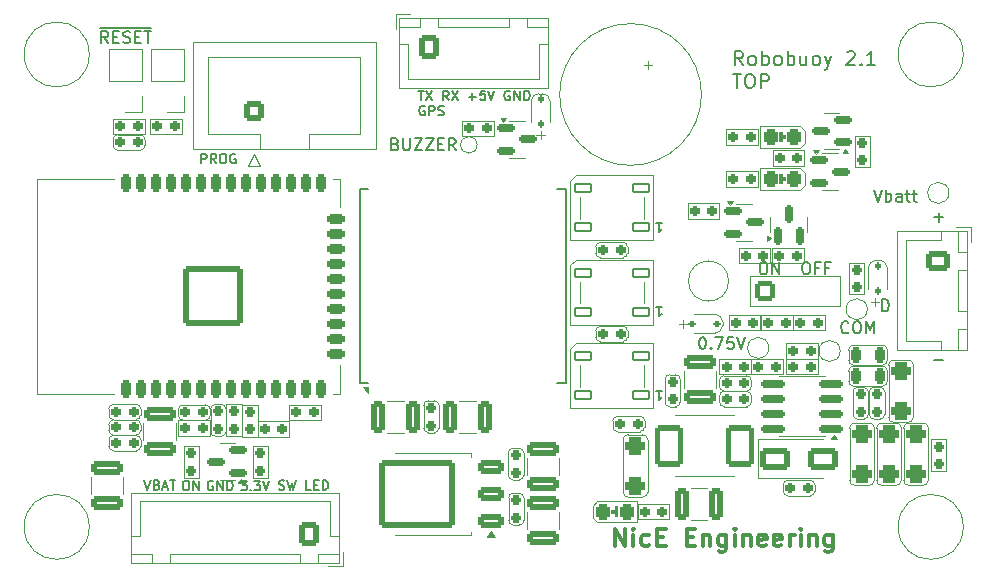
<source format=gbr>
%TF.GenerationSoftware,KiCad,Pcbnew,9.0.2*%
%TF.CreationDate,2025-06-17T18:05:02+02:00*%
%TF.ProjectId,Robobuoy-Top-v2_1,526f626f-6275-46f7-992d-546f702d7632,rev?*%
%TF.SameCoordinates,Original*%
%TF.FileFunction,Legend,Top*%
%TF.FilePolarity,Positive*%
%FSLAX46Y46*%
G04 Gerber Fmt 4.6, Leading zero omitted, Abs format (unit mm)*
G04 Created by KiCad (PCBNEW 9.0.2) date 2025-06-17 18:05:02*
%MOMM*%
%LPD*%
G01*
G04 APERTURE LIST*
G04 Aperture macros list*
%AMRoundRect*
0 Rectangle with rounded corners*
0 $1 Rounding radius*
0 $2 $3 $4 $5 $6 $7 $8 $9 X,Y pos of 4 corners*
0 Add a 4 corners polygon primitive as box body*
4,1,4,$2,$3,$4,$5,$6,$7,$8,$9,$2,$3,0*
0 Add four circle primitives for the rounded corners*
1,1,$1+$1,$2,$3*
1,1,$1+$1,$4,$5*
1,1,$1+$1,$6,$7*
1,1,$1+$1,$8,$9*
0 Add four rect primitives between the rounded corners*
20,1,$1+$1,$2,$3,$4,$5,0*
20,1,$1+$1,$4,$5,$6,$7,0*
20,1,$1+$1,$6,$7,$8,$9,0*
20,1,$1+$1,$8,$9,$2,$3,0*%
G04 Aperture macros list end*
%ADD10C,0.150000*%
%ADD11C,0.200000*%
%ADD12C,0.300000*%
%ADD13C,0.100000*%
%ADD14C,0.120000*%
%ADD15C,0.000000*%
%ADD16RoundRect,0.375000X-0.475000X0.375000X-0.475000X-0.375000X0.475000X-0.375000X0.475000X0.375000X0*%
%ADD17RoundRect,0.090000X0.660000X0.360000X-0.660000X0.360000X-0.660000X-0.360000X0.660000X-0.360000X0*%
%ADD18RoundRect,0.200000X-0.200000X-0.250000X0.200000X-0.250000X0.200000X0.250000X-0.200000X0.250000X0*%
%ADD19RoundRect,0.200000X0.250000X-0.200000X0.250000X0.200000X-0.250000X0.200000X-0.250000X-0.200000X0*%
%ADD20RoundRect,0.200000X0.200000X0.250000X-0.200000X0.250000X-0.200000X-0.250000X0.200000X-0.250000X0*%
%ADD21RoundRect,0.250000X-0.600000X-0.725000X0.600000X-0.725000X0.600000X0.725000X-0.600000X0.725000X0*%
%ADD22O,1.700000X1.950000*%
%ADD23RoundRect,0.200000X-0.250000X0.200000X-0.250000X-0.200000X0.250000X-0.200000X0.250000X0.200000X0*%
%ADD24C,1.400000*%
%ADD25C,3.200000*%
%ADD26R,1.700000X1.700000*%
%ADD27C,1.700000*%
%ADD28RoundRect,0.225000X-0.225000X-0.425000X0.225000X-0.425000X0.225000X0.425000X-0.225000X0.425000X0*%
%ADD29RoundRect,0.250000X1.100000X-0.325000X1.100000X0.325000X-1.100000X0.325000X-1.100000X-0.325000X0*%
%ADD30RoundRect,0.250000X-0.325000X-1.100000X0.325000X-1.100000X0.325000X1.100000X-0.325000X1.100000X0*%
%ADD31RoundRect,0.250000X0.600000X-0.600000X0.600000X0.600000X-0.600000X0.600000X-0.600000X-0.600000X0*%
%ADD32RoundRect,0.150000X-0.587500X-0.150000X0.587500X-0.150000X0.587500X0.150000X-0.587500X0.150000X0*%
%ADD33RoundRect,0.112500X0.187500X0.112500X-0.187500X0.112500X-0.187500X-0.112500X0.187500X-0.112500X0*%
%ADD34RoundRect,0.250000X-1.000000X-0.650000X1.000000X-0.650000X1.000000X0.650000X-1.000000X0.650000X0*%
%ADD35RoundRect,0.300000X0.300000X0.400000X-0.300000X0.400000X-0.300000X-0.400000X0.300000X-0.400000X0*%
%ADD36RoundRect,0.250000X-1.100000X0.325000X-1.100000X-0.325000X1.100000X-0.325000X1.100000X0.325000X0*%
%ADD37R,1.500000X2.000000*%
%ADD38RoundRect,0.225000X0.225000X-0.525000X0.225000X0.525000X-0.225000X0.525000X-0.225000X-0.525000X0*%
%ADD39RoundRect,0.225000X0.525000X0.225000X-0.525000X0.225000X-0.525000X-0.225000X0.525000X-0.225000X0*%
%ADD40RoundRect,0.250000X2.250000X-2.250000X2.250000X2.250000X-2.250000X2.250000X-2.250000X-2.250000X0*%
%ADD41RoundRect,0.150000X0.825000X0.150000X-0.825000X0.150000X-0.825000X-0.150000X0.825000X-0.150000X0*%
%ADD42R,2.410000X3.810000*%
%ADD43RoundRect,0.250000X0.850000X0.350000X-0.850000X0.350000X-0.850000X-0.350000X0.850000X-0.350000X0*%
%ADD44RoundRect,0.249997X2.950003X2.650003X-2.950003X2.650003X-2.950003X-2.650003X2.950003X-2.650003X0*%
%ADD45RoundRect,0.150000X0.587500X0.150000X-0.587500X0.150000X-0.587500X-0.150000X0.587500X-0.150000X0*%
%ADD46RoundRect,0.250000X0.600000X0.725000X-0.600000X0.725000X-0.600000X-0.725000X0.600000X-0.725000X0*%
%ADD47RoundRect,0.375000X0.475000X-0.375000X0.475000X0.375000X-0.475000X0.375000X-0.475000X-0.375000X0*%
%ADD48RoundRect,0.112500X-0.112500X0.187500X-0.112500X-0.187500X0.112500X-0.187500X0.112500X0.187500X0*%
%ADD49RoundRect,0.206250X-0.618750X-0.618750X0.618750X-0.618750X0.618750X0.618750X-0.618750X0.618750X0*%
%ADD50RoundRect,0.250000X-0.725000X0.600000X-0.725000X-0.600000X0.725000X-0.600000X0.725000X0.600000X0*%
%ADD51O,1.950000X1.700000*%
%ADD52RoundRect,0.300000X-0.300000X-0.400000X0.300000X-0.400000X0.300000X0.400000X-0.300000X0.400000X0*%
%ADD53RoundRect,0.230769X0.969231X1.519231X-0.969231X1.519231X-0.969231X-1.519231X0.969231X-1.519231X0*%
%ADD54R,1.650000X1.650000*%
%ADD55RoundRect,0.250000X0.325000X1.100000X-0.325000X1.100000X-0.325000X-1.100000X0.325000X-1.100000X0*%
%ADD56C,3.000000*%
%ADD57RoundRect,0.150000X0.150000X-0.587500X0.150000X0.587500X-0.150000X0.587500X-0.150000X-0.587500X0*%
%ADD58C,1.000000*%
G04 APERTURE END LIST*
D10*
X-20780193Y-16150390D02*
X-20856383Y-16112295D01*
X-20856383Y-16112295D02*
X-20970669Y-16112295D01*
X-20970669Y-16112295D02*
X-21084955Y-16150390D01*
X-21084955Y-16150390D02*
X-21161145Y-16226580D01*
X-21161145Y-16226580D02*
X-21199240Y-16302771D01*
X-21199240Y-16302771D02*
X-21237336Y-16455152D01*
X-21237336Y-16455152D02*
X-21237336Y-16569438D01*
X-21237336Y-16569438D02*
X-21199240Y-16721819D01*
X-21199240Y-16721819D02*
X-21161145Y-16798009D01*
X-21161145Y-16798009D02*
X-21084955Y-16874200D01*
X-21084955Y-16874200D02*
X-20970669Y-16912295D01*
X-20970669Y-16912295D02*
X-20894478Y-16912295D01*
X-20894478Y-16912295D02*
X-20780193Y-16874200D01*
X-20780193Y-16874200D02*
X-20742097Y-16836104D01*
X-20742097Y-16836104D02*
X-20742097Y-16569438D01*
X-20742097Y-16569438D02*
X-20894478Y-16569438D01*
X-20399240Y-16912295D02*
X-20399240Y-16112295D01*
X-20399240Y-16112295D02*
X-19942097Y-16912295D01*
X-19942097Y-16912295D02*
X-19942097Y-16112295D01*
X-19561145Y-16912295D02*
X-19561145Y-16112295D01*
X-19561145Y-16112295D02*
X-19370669Y-16112295D01*
X-19370669Y-16112295D02*
X-19256383Y-16150390D01*
X-19256383Y-16150390D02*
X-19180193Y-16226580D01*
X-19180193Y-16226580D02*
X-19142098Y-16302771D01*
X-19142098Y-16302771D02*
X-19104002Y-16455152D01*
X-19104002Y-16455152D02*
X-19104002Y-16569438D01*
X-19104002Y-16569438D02*
X-19142098Y-16721819D01*
X-19142098Y-16721819D02*
X-19180193Y-16798009D01*
X-19180193Y-16798009D02*
X-19256383Y-16874200D01*
X-19256383Y-16874200D02*
X-19370669Y-16912295D01*
X-19370669Y-16912295D02*
X-19561145Y-16912295D01*
D11*
X35878873Y-1746819D02*
X35878873Y-746819D01*
X35878873Y-746819D02*
X36116968Y-746819D01*
X36116968Y-746819D02*
X36259825Y-794438D01*
X36259825Y-794438D02*
X36355063Y-889676D01*
X36355063Y-889676D02*
X36402682Y-984914D01*
X36402682Y-984914D02*
X36450301Y-1175390D01*
X36450301Y-1175390D02*
X36450301Y-1318247D01*
X36450301Y-1318247D02*
X36402682Y-1508723D01*
X36402682Y-1508723D02*
X36355063Y-1603961D01*
X36355063Y-1603961D02*
X36259825Y-1699200D01*
X36259825Y-1699200D02*
X36116968Y-1746819D01*
X36116968Y-1746819D02*
X35878873Y-1746819D01*
D10*
X-21758040Y10773705D02*
X-21758040Y11573705D01*
X-21758040Y11573705D02*
X-21453278Y11573705D01*
X-21453278Y11573705D02*
X-21377088Y11535610D01*
X-21377088Y11535610D02*
X-21338993Y11497515D01*
X-21338993Y11497515D02*
X-21300897Y11421324D01*
X-21300897Y11421324D02*
X-21300897Y11307039D01*
X-21300897Y11307039D02*
X-21338993Y11230848D01*
X-21338993Y11230848D02*
X-21377088Y11192753D01*
X-21377088Y11192753D02*
X-21453278Y11154658D01*
X-21453278Y11154658D02*
X-21758040Y11154658D01*
X-20500897Y10773705D02*
X-20767564Y11154658D01*
X-20958040Y10773705D02*
X-20958040Y11573705D01*
X-20958040Y11573705D02*
X-20653278Y11573705D01*
X-20653278Y11573705D02*
X-20577088Y11535610D01*
X-20577088Y11535610D02*
X-20538993Y11497515D01*
X-20538993Y11497515D02*
X-20500897Y11421324D01*
X-20500897Y11421324D02*
X-20500897Y11307039D01*
X-20500897Y11307039D02*
X-20538993Y11230848D01*
X-20538993Y11230848D02*
X-20577088Y11192753D01*
X-20577088Y11192753D02*
X-20653278Y11154658D01*
X-20653278Y11154658D02*
X-20958040Y11154658D01*
X-20005659Y11573705D02*
X-19853278Y11573705D01*
X-19853278Y11573705D02*
X-19777088Y11535610D01*
X-19777088Y11535610D02*
X-19700897Y11459420D01*
X-19700897Y11459420D02*
X-19662802Y11307039D01*
X-19662802Y11307039D02*
X-19662802Y11040372D01*
X-19662802Y11040372D02*
X-19700897Y10887991D01*
X-19700897Y10887991D02*
X-19777088Y10811800D01*
X-19777088Y10811800D02*
X-19853278Y10773705D01*
X-19853278Y10773705D02*
X-20005659Y10773705D01*
X-20005659Y10773705D02*
X-20081850Y10811800D01*
X-20081850Y10811800D02*
X-20158040Y10887991D01*
X-20158040Y10887991D02*
X-20196136Y11040372D01*
X-20196136Y11040372D02*
X-20196136Y11307039D01*
X-20196136Y11307039D02*
X-20158040Y11459420D01*
X-20158040Y11459420D02*
X-20081850Y11535610D01*
X-20081850Y11535610D02*
X-20005659Y11573705D01*
X-18900898Y11535610D02*
X-18977088Y11573705D01*
X-18977088Y11573705D02*
X-19091374Y11573705D01*
X-19091374Y11573705D02*
X-19205660Y11535610D01*
X-19205660Y11535610D02*
X-19281850Y11459420D01*
X-19281850Y11459420D02*
X-19319945Y11383229D01*
X-19319945Y11383229D02*
X-19358041Y11230848D01*
X-19358041Y11230848D02*
X-19358041Y11116562D01*
X-19358041Y11116562D02*
X-19319945Y10964181D01*
X-19319945Y10964181D02*
X-19281850Y10887991D01*
X-19281850Y10887991D02*
X-19205660Y10811800D01*
X-19205660Y10811800D02*
X-19091374Y10773705D01*
X-19091374Y10773705D02*
X-19015183Y10773705D01*
X-19015183Y10773705D02*
X-18900898Y10811800D01*
X-18900898Y10811800D02*
X-18862802Y10849896D01*
X-18862802Y10849896D02*
X-18862802Y11116562D01*
X-18862802Y11116562D02*
X-19015183Y11116562D01*
X25738095Y2400181D02*
X25928571Y2400181D01*
X25928571Y2400181D02*
X26023809Y2352562D01*
X26023809Y2352562D02*
X26119047Y2257324D01*
X26119047Y2257324D02*
X26166666Y2066848D01*
X26166666Y2066848D02*
X26166666Y1733515D01*
X26166666Y1733515D02*
X26119047Y1543039D01*
X26119047Y1543039D02*
X26023809Y1447800D01*
X26023809Y1447800D02*
X25928571Y1400181D01*
X25928571Y1400181D02*
X25738095Y1400181D01*
X25738095Y1400181D02*
X25642857Y1447800D01*
X25642857Y1447800D02*
X25547619Y1543039D01*
X25547619Y1543039D02*
X25500000Y1733515D01*
X25500000Y1733515D02*
X25500000Y2066848D01*
X25500000Y2066848D02*
X25547619Y2257324D01*
X25547619Y2257324D02*
X25642857Y2352562D01*
X25642857Y2352562D02*
X25738095Y2400181D01*
X26595238Y1400181D02*
X26595238Y2400181D01*
X26595238Y2400181D02*
X27166666Y1400181D01*
X27166666Y1400181D02*
X27166666Y2400181D01*
X29357143Y2400181D02*
X29547619Y2400181D01*
X29547619Y2400181D02*
X29642857Y2352562D01*
X29642857Y2352562D02*
X29738095Y2257324D01*
X29738095Y2257324D02*
X29785714Y2066848D01*
X29785714Y2066848D02*
X29785714Y1733515D01*
X29785714Y1733515D02*
X29738095Y1543039D01*
X29738095Y1543039D02*
X29642857Y1447800D01*
X29642857Y1447800D02*
X29547619Y1400181D01*
X29547619Y1400181D02*
X29357143Y1400181D01*
X29357143Y1400181D02*
X29261905Y1447800D01*
X29261905Y1447800D02*
X29166667Y1543039D01*
X29166667Y1543039D02*
X29119048Y1733515D01*
X29119048Y1733515D02*
X29119048Y2066848D01*
X29119048Y2066848D02*
X29166667Y2257324D01*
X29166667Y2257324D02*
X29261905Y2352562D01*
X29261905Y2352562D02*
X29357143Y2400181D01*
X30547619Y1923991D02*
X30214286Y1923991D01*
X30214286Y1400181D02*
X30214286Y2400181D01*
X30214286Y2400181D02*
X30690476Y2400181D01*
X31404762Y1923991D02*
X31071429Y1923991D01*
X31071429Y1400181D02*
X31071429Y2400181D01*
X31071429Y2400181D02*
X31547619Y2400181D01*
D11*
X40298473Y6203334D02*
X41060378Y6203334D01*
X40679425Y5822381D02*
X40679425Y6584286D01*
D12*
X13254510Y-21644828D02*
X13254510Y-20144828D01*
X13254510Y-20144828D02*
X14111653Y-21644828D01*
X14111653Y-21644828D02*
X14111653Y-20144828D01*
X14825939Y-21644828D02*
X14825939Y-20644828D01*
X14825939Y-20144828D02*
X14754511Y-20216257D01*
X14754511Y-20216257D02*
X14825939Y-20287685D01*
X14825939Y-20287685D02*
X14897368Y-20216257D01*
X14897368Y-20216257D02*
X14825939Y-20144828D01*
X14825939Y-20144828D02*
X14825939Y-20287685D01*
X16183083Y-21573400D02*
X16040225Y-21644828D01*
X16040225Y-21644828D02*
X15754511Y-21644828D01*
X15754511Y-21644828D02*
X15611654Y-21573400D01*
X15611654Y-21573400D02*
X15540225Y-21501971D01*
X15540225Y-21501971D02*
X15468797Y-21359114D01*
X15468797Y-21359114D02*
X15468797Y-20930542D01*
X15468797Y-20930542D02*
X15540225Y-20787685D01*
X15540225Y-20787685D02*
X15611654Y-20716257D01*
X15611654Y-20716257D02*
X15754511Y-20644828D01*
X15754511Y-20644828D02*
X16040225Y-20644828D01*
X16040225Y-20644828D02*
X16183083Y-20716257D01*
X16825939Y-20859114D02*
X17325939Y-20859114D01*
X17540225Y-21644828D02*
X16825939Y-21644828D01*
X16825939Y-21644828D02*
X16825939Y-20144828D01*
X16825939Y-20144828D02*
X17540225Y-20144828D01*
X19325939Y-20859114D02*
X19825939Y-20859114D01*
X20040225Y-21644828D02*
X19325939Y-21644828D01*
X19325939Y-21644828D02*
X19325939Y-20144828D01*
X19325939Y-20144828D02*
X20040225Y-20144828D01*
X20683082Y-20644828D02*
X20683082Y-21644828D01*
X20683082Y-20787685D02*
X20754511Y-20716257D01*
X20754511Y-20716257D02*
X20897368Y-20644828D01*
X20897368Y-20644828D02*
X21111654Y-20644828D01*
X21111654Y-20644828D02*
X21254511Y-20716257D01*
X21254511Y-20716257D02*
X21325940Y-20859114D01*
X21325940Y-20859114D02*
X21325940Y-21644828D01*
X22683083Y-20644828D02*
X22683083Y-21859114D01*
X22683083Y-21859114D02*
X22611654Y-22001971D01*
X22611654Y-22001971D02*
X22540225Y-22073400D01*
X22540225Y-22073400D02*
X22397368Y-22144828D01*
X22397368Y-22144828D02*
X22183083Y-22144828D01*
X22183083Y-22144828D02*
X22040225Y-22073400D01*
X22683083Y-21573400D02*
X22540225Y-21644828D01*
X22540225Y-21644828D02*
X22254511Y-21644828D01*
X22254511Y-21644828D02*
X22111654Y-21573400D01*
X22111654Y-21573400D02*
X22040225Y-21501971D01*
X22040225Y-21501971D02*
X21968797Y-21359114D01*
X21968797Y-21359114D02*
X21968797Y-20930542D01*
X21968797Y-20930542D02*
X22040225Y-20787685D01*
X22040225Y-20787685D02*
X22111654Y-20716257D01*
X22111654Y-20716257D02*
X22254511Y-20644828D01*
X22254511Y-20644828D02*
X22540225Y-20644828D01*
X22540225Y-20644828D02*
X22683083Y-20716257D01*
X23397368Y-21644828D02*
X23397368Y-20644828D01*
X23397368Y-20144828D02*
X23325940Y-20216257D01*
X23325940Y-20216257D02*
X23397368Y-20287685D01*
X23397368Y-20287685D02*
X23468797Y-20216257D01*
X23468797Y-20216257D02*
X23397368Y-20144828D01*
X23397368Y-20144828D02*
X23397368Y-20287685D01*
X24111654Y-20644828D02*
X24111654Y-21644828D01*
X24111654Y-20787685D02*
X24183083Y-20716257D01*
X24183083Y-20716257D02*
X24325940Y-20644828D01*
X24325940Y-20644828D02*
X24540226Y-20644828D01*
X24540226Y-20644828D02*
X24683083Y-20716257D01*
X24683083Y-20716257D02*
X24754512Y-20859114D01*
X24754512Y-20859114D02*
X24754512Y-21644828D01*
X26040226Y-21573400D02*
X25897369Y-21644828D01*
X25897369Y-21644828D02*
X25611655Y-21644828D01*
X25611655Y-21644828D02*
X25468797Y-21573400D01*
X25468797Y-21573400D02*
X25397369Y-21430542D01*
X25397369Y-21430542D02*
X25397369Y-20859114D01*
X25397369Y-20859114D02*
X25468797Y-20716257D01*
X25468797Y-20716257D02*
X25611655Y-20644828D01*
X25611655Y-20644828D02*
X25897369Y-20644828D01*
X25897369Y-20644828D02*
X26040226Y-20716257D01*
X26040226Y-20716257D02*
X26111655Y-20859114D01*
X26111655Y-20859114D02*
X26111655Y-21001971D01*
X26111655Y-21001971D02*
X25397369Y-21144828D01*
X27325940Y-21573400D02*
X27183083Y-21644828D01*
X27183083Y-21644828D02*
X26897369Y-21644828D01*
X26897369Y-21644828D02*
X26754511Y-21573400D01*
X26754511Y-21573400D02*
X26683083Y-21430542D01*
X26683083Y-21430542D02*
X26683083Y-20859114D01*
X26683083Y-20859114D02*
X26754511Y-20716257D01*
X26754511Y-20716257D02*
X26897369Y-20644828D01*
X26897369Y-20644828D02*
X27183083Y-20644828D01*
X27183083Y-20644828D02*
X27325940Y-20716257D01*
X27325940Y-20716257D02*
X27397369Y-20859114D01*
X27397369Y-20859114D02*
X27397369Y-21001971D01*
X27397369Y-21001971D02*
X26683083Y-21144828D01*
X28040225Y-21644828D02*
X28040225Y-20644828D01*
X28040225Y-20930542D02*
X28111654Y-20787685D01*
X28111654Y-20787685D02*
X28183083Y-20716257D01*
X28183083Y-20716257D02*
X28325940Y-20644828D01*
X28325940Y-20644828D02*
X28468797Y-20644828D01*
X28968796Y-21644828D02*
X28968796Y-20644828D01*
X28968796Y-20144828D02*
X28897368Y-20216257D01*
X28897368Y-20216257D02*
X28968796Y-20287685D01*
X28968796Y-20287685D02*
X29040225Y-20216257D01*
X29040225Y-20216257D02*
X28968796Y-20144828D01*
X28968796Y-20144828D02*
X28968796Y-20287685D01*
X29683082Y-20644828D02*
X29683082Y-21644828D01*
X29683082Y-20787685D02*
X29754511Y-20716257D01*
X29754511Y-20716257D02*
X29897368Y-20644828D01*
X29897368Y-20644828D02*
X30111654Y-20644828D01*
X30111654Y-20644828D02*
X30254511Y-20716257D01*
X30254511Y-20716257D02*
X30325940Y-20859114D01*
X30325940Y-20859114D02*
X30325940Y-21644828D01*
X31683083Y-20644828D02*
X31683083Y-21859114D01*
X31683083Y-21859114D02*
X31611654Y-22001971D01*
X31611654Y-22001971D02*
X31540225Y-22073400D01*
X31540225Y-22073400D02*
X31397368Y-22144828D01*
X31397368Y-22144828D02*
X31183083Y-22144828D01*
X31183083Y-22144828D02*
X31040225Y-22073400D01*
X31683083Y-21573400D02*
X31540225Y-21644828D01*
X31540225Y-21644828D02*
X31254511Y-21644828D01*
X31254511Y-21644828D02*
X31111654Y-21573400D01*
X31111654Y-21573400D02*
X31040225Y-21501971D01*
X31040225Y-21501971D02*
X30968797Y-21359114D01*
X30968797Y-21359114D02*
X30968797Y-20930542D01*
X30968797Y-20930542D02*
X31040225Y-20787685D01*
X31040225Y-20787685D02*
X31111654Y-20716257D01*
X31111654Y-20716257D02*
X31254511Y-20644828D01*
X31254511Y-20644828D02*
X31540225Y-20644828D01*
X31540225Y-20644828D02*
X31683083Y-20716257D01*
D10*
X40265579Y-5838866D02*
X41027484Y-5838866D01*
X-3381126Y16925660D02*
X-2923983Y16925660D01*
X-3152555Y16125660D02*
X-3152555Y16925660D01*
X-2733507Y16925660D02*
X-2200173Y16125660D01*
X-2200173Y16925660D02*
X-2733507Y16125660D01*
X-828744Y16125660D02*
X-1095411Y16506613D01*
X-1285887Y16125660D02*
X-1285887Y16925660D01*
X-1285887Y16925660D02*
X-981125Y16925660D01*
X-981125Y16925660D02*
X-904935Y16887565D01*
X-904935Y16887565D02*
X-866840Y16849470D01*
X-866840Y16849470D02*
X-828744Y16773279D01*
X-828744Y16773279D02*
X-828744Y16658994D01*
X-828744Y16658994D02*
X-866840Y16582803D01*
X-866840Y16582803D02*
X-904935Y16544708D01*
X-904935Y16544708D02*
X-981125Y16506613D01*
X-981125Y16506613D02*
X-1285887Y16506613D01*
X-562078Y16925660D02*
X-28744Y16125660D01*
X-28744Y16925660D02*
X-562078Y16125660D01*
X885542Y16430422D02*
X1495066Y16430422D01*
X1190304Y16125660D02*
X1190304Y16735184D01*
X2256970Y16925660D02*
X1876018Y16925660D01*
X1876018Y16925660D02*
X1837922Y16544708D01*
X1837922Y16544708D02*
X1876018Y16582803D01*
X1876018Y16582803D02*
X1952208Y16620898D01*
X1952208Y16620898D02*
X2142684Y16620898D01*
X2142684Y16620898D02*
X2218875Y16582803D01*
X2218875Y16582803D02*
X2256970Y16544708D01*
X2256970Y16544708D02*
X2295065Y16468517D01*
X2295065Y16468517D02*
X2295065Y16278041D01*
X2295065Y16278041D02*
X2256970Y16201851D01*
X2256970Y16201851D02*
X2218875Y16163755D01*
X2218875Y16163755D02*
X2142684Y16125660D01*
X2142684Y16125660D02*
X1952208Y16125660D01*
X1952208Y16125660D02*
X1876018Y16163755D01*
X1876018Y16163755D02*
X1837922Y16201851D01*
X2523637Y16925660D02*
X2790304Y16125660D01*
X2790304Y16125660D02*
X3056970Y16925660D01*
X4352208Y16887565D02*
X4276018Y16925660D01*
X4276018Y16925660D02*
X4161732Y16925660D01*
X4161732Y16925660D02*
X4047446Y16887565D01*
X4047446Y16887565D02*
X3971256Y16811375D01*
X3971256Y16811375D02*
X3933161Y16735184D01*
X3933161Y16735184D02*
X3895065Y16582803D01*
X3895065Y16582803D02*
X3895065Y16468517D01*
X3895065Y16468517D02*
X3933161Y16316136D01*
X3933161Y16316136D02*
X3971256Y16239946D01*
X3971256Y16239946D02*
X4047446Y16163755D01*
X4047446Y16163755D02*
X4161732Y16125660D01*
X4161732Y16125660D02*
X4237923Y16125660D01*
X4237923Y16125660D02*
X4352208Y16163755D01*
X4352208Y16163755D02*
X4390304Y16201851D01*
X4390304Y16201851D02*
X4390304Y16468517D01*
X4390304Y16468517D02*
X4237923Y16468517D01*
X4733161Y16125660D02*
X4733161Y16925660D01*
X4733161Y16925660D02*
X5190304Y16125660D01*
X5190304Y16125660D02*
X5190304Y16925660D01*
X5571256Y16125660D02*
X5571256Y16925660D01*
X5571256Y16925660D02*
X5761732Y16925660D01*
X5761732Y16925660D02*
X5876018Y16887565D01*
X5876018Y16887565D02*
X5952208Y16811375D01*
X5952208Y16811375D02*
X5990303Y16735184D01*
X5990303Y16735184D02*
X6028399Y16582803D01*
X6028399Y16582803D02*
X6028399Y16468517D01*
X6028399Y16468517D02*
X5990303Y16316136D01*
X5990303Y16316136D02*
X5952208Y16239946D01*
X5952208Y16239946D02*
X5876018Y16163755D01*
X5876018Y16163755D02*
X5761732Y16125660D01*
X5761732Y16125660D02*
X5571256Y16125660D01*
X-2847793Y15599610D02*
X-2923983Y15637705D01*
X-2923983Y15637705D02*
X-3038269Y15637705D01*
X-3038269Y15637705D02*
X-3152555Y15599610D01*
X-3152555Y15599610D02*
X-3228745Y15523420D01*
X-3228745Y15523420D02*
X-3266840Y15447229D01*
X-3266840Y15447229D02*
X-3304936Y15294848D01*
X-3304936Y15294848D02*
X-3304936Y15180562D01*
X-3304936Y15180562D02*
X-3266840Y15028181D01*
X-3266840Y15028181D02*
X-3228745Y14951991D01*
X-3228745Y14951991D02*
X-3152555Y14875800D01*
X-3152555Y14875800D02*
X-3038269Y14837705D01*
X-3038269Y14837705D02*
X-2962078Y14837705D01*
X-2962078Y14837705D02*
X-2847793Y14875800D01*
X-2847793Y14875800D02*
X-2809697Y14913896D01*
X-2809697Y14913896D02*
X-2809697Y15180562D01*
X-2809697Y15180562D02*
X-2962078Y15180562D01*
X-2466840Y14837705D02*
X-2466840Y15637705D01*
X-2466840Y15637705D02*
X-2162078Y15637705D01*
X-2162078Y15637705D02*
X-2085888Y15599610D01*
X-2085888Y15599610D02*
X-2047793Y15561515D01*
X-2047793Y15561515D02*
X-2009697Y15485324D01*
X-2009697Y15485324D02*
X-2009697Y15371039D01*
X-2009697Y15371039D02*
X-2047793Y15294848D01*
X-2047793Y15294848D02*
X-2085888Y15256753D01*
X-2085888Y15256753D02*
X-2162078Y15218658D01*
X-2162078Y15218658D02*
X-2466840Y15218658D01*
X-1704936Y14875800D02*
X-1590650Y14837705D01*
X-1590650Y14837705D02*
X-1400174Y14837705D01*
X-1400174Y14837705D02*
X-1323983Y14875800D01*
X-1323983Y14875800D02*
X-1285888Y14913896D01*
X-1285888Y14913896D02*
X-1247793Y14990086D01*
X-1247793Y14990086D02*
X-1247793Y15066277D01*
X-1247793Y15066277D02*
X-1285888Y15142467D01*
X-1285888Y15142467D02*
X-1323983Y15180562D01*
X-1323983Y15180562D02*
X-1400174Y15218658D01*
X-1400174Y15218658D02*
X-1552555Y15256753D01*
X-1552555Y15256753D02*
X-1628745Y15294848D01*
X-1628745Y15294848D02*
X-1666840Y15332943D01*
X-1666840Y15332943D02*
X-1704936Y15409134D01*
X-1704936Y15409134D02*
X-1704936Y15485324D01*
X-1704936Y15485324D02*
X-1666840Y15561515D01*
X-1666840Y15561515D02*
X-1628745Y15599610D01*
X-1628745Y15599610D02*
X-1552555Y15637705D01*
X-1552555Y15637705D02*
X-1362078Y15637705D01*
X-1362078Y15637705D02*
X-1247793Y15599610D01*
X-18430631Y-16112295D02*
X-17935393Y-16112295D01*
X-17935393Y-16112295D02*
X-18202059Y-16417057D01*
X-18202059Y-16417057D02*
X-18087774Y-16417057D01*
X-18087774Y-16417057D02*
X-18011583Y-16455152D01*
X-18011583Y-16455152D02*
X-17973488Y-16493247D01*
X-17973488Y-16493247D02*
X-17935393Y-16569438D01*
X-17935393Y-16569438D02*
X-17935393Y-16759914D01*
X-17935393Y-16759914D02*
X-17973488Y-16836104D01*
X-17973488Y-16836104D02*
X-18011583Y-16874200D01*
X-18011583Y-16874200D02*
X-18087774Y-16912295D01*
X-18087774Y-16912295D02*
X-18316345Y-16912295D01*
X-18316345Y-16912295D02*
X-18392536Y-16874200D01*
X-18392536Y-16874200D02*
X-18430631Y-16836104D01*
X-17592535Y-16836104D02*
X-17554440Y-16874200D01*
X-17554440Y-16874200D02*
X-17592535Y-16912295D01*
X-17592535Y-16912295D02*
X-17630631Y-16874200D01*
X-17630631Y-16874200D02*
X-17592535Y-16836104D01*
X-17592535Y-16836104D02*
X-17592535Y-16912295D01*
X-17287774Y-16112295D02*
X-16792536Y-16112295D01*
X-16792536Y-16112295D02*
X-17059202Y-16417057D01*
X-17059202Y-16417057D02*
X-16944917Y-16417057D01*
X-16944917Y-16417057D02*
X-16868726Y-16455152D01*
X-16868726Y-16455152D02*
X-16830631Y-16493247D01*
X-16830631Y-16493247D02*
X-16792536Y-16569438D01*
X-16792536Y-16569438D02*
X-16792536Y-16759914D01*
X-16792536Y-16759914D02*
X-16830631Y-16836104D01*
X-16830631Y-16836104D02*
X-16868726Y-16874200D01*
X-16868726Y-16874200D02*
X-16944917Y-16912295D01*
X-16944917Y-16912295D02*
X-17173488Y-16912295D01*
X-17173488Y-16912295D02*
X-17249679Y-16874200D01*
X-17249679Y-16874200D02*
X-17287774Y-16836104D01*
X-16563964Y-16112295D02*
X-16297297Y-16912295D01*
X-16297297Y-16912295D02*
X-16030631Y-16112295D01*
X-23129659Y-16112295D02*
X-22977278Y-16112295D01*
X-22977278Y-16112295D02*
X-22901088Y-16150390D01*
X-22901088Y-16150390D02*
X-22824897Y-16226580D01*
X-22824897Y-16226580D02*
X-22786802Y-16378961D01*
X-22786802Y-16378961D02*
X-22786802Y-16645628D01*
X-22786802Y-16645628D02*
X-22824897Y-16798009D01*
X-22824897Y-16798009D02*
X-22901088Y-16874200D01*
X-22901088Y-16874200D02*
X-22977278Y-16912295D01*
X-22977278Y-16912295D02*
X-23129659Y-16912295D01*
X-23129659Y-16912295D02*
X-23205850Y-16874200D01*
X-23205850Y-16874200D02*
X-23282040Y-16798009D01*
X-23282040Y-16798009D02*
X-23320136Y-16645628D01*
X-23320136Y-16645628D02*
X-23320136Y-16378961D01*
X-23320136Y-16378961D02*
X-23282040Y-16226580D01*
X-23282040Y-16226580D02*
X-23205850Y-16150390D01*
X-23205850Y-16150390D02*
X-23129659Y-16112295D01*
X-22443945Y-16912295D02*
X-22443945Y-16112295D01*
X-22443945Y-16112295D02*
X-21986802Y-16912295D01*
X-21986802Y-16912295D02*
X-21986802Y-16112295D01*
X-15192136Y-16823400D02*
X-15077850Y-16861495D01*
X-15077850Y-16861495D02*
X-14887374Y-16861495D01*
X-14887374Y-16861495D02*
X-14811183Y-16823400D01*
X-14811183Y-16823400D02*
X-14773088Y-16785304D01*
X-14773088Y-16785304D02*
X-14734993Y-16709114D01*
X-14734993Y-16709114D02*
X-14734993Y-16632923D01*
X-14734993Y-16632923D02*
X-14773088Y-16556733D01*
X-14773088Y-16556733D02*
X-14811183Y-16518638D01*
X-14811183Y-16518638D02*
X-14887374Y-16480542D01*
X-14887374Y-16480542D02*
X-15039755Y-16442447D01*
X-15039755Y-16442447D02*
X-15115945Y-16404352D01*
X-15115945Y-16404352D02*
X-15154040Y-16366257D01*
X-15154040Y-16366257D02*
X-15192136Y-16290066D01*
X-15192136Y-16290066D02*
X-15192136Y-16213876D01*
X-15192136Y-16213876D02*
X-15154040Y-16137685D01*
X-15154040Y-16137685D02*
X-15115945Y-16099590D01*
X-15115945Y-16099590D02*
X-15039755Y-16061495D01*
X-15039755Y-16061495D02*
X-14849278Y-16061495D01*
X-14849278Y-16061495D02*
X-14734993Y-16099590D01*
X-14468326Y-16061495D02*
X-14277850Y-16861495D01*
X-14277850Y-16861495D02*
X-14125469Y-16290066D01*
X-14125469Y-16290066D02*
X-13973088Y-16861495D01*
X-13973088Y-16861495D02*
X-13782611Y-16061495D01*
X-12487088Y-16861495D02*
X-12868040Y-16861495D01*
X-12868040Y-16861495D02*
X-12868040Y-16061495D01*
X-12220421Y-16442447D02*
X-11953755Y-16442447D01*
X-11839469Y-16861495D02*
X-12220421Y-16861495D01*
X-12220421Y-16861495D02*
X-12220421Y-16061495D01*
X-12220421Y-16061495D02*
X-11839469Y-16061495D01*
X-11496611Y-16861495D02*
X-11496611Y-16061495D01*
X-11496611Y-16061495D02*
X-11306135Y-16061495D01*
X-11306135Y-16061495D02*
X-11191849Y-16099590D01*
X-11191849Y-16099590D02*
X-11115659Y-16175780D01*
X-11115659Y-16175780D02*
X-11077564Y-16251971D01*
X-11077564Y-16251971D02*
X-11039468Y-16404352D01*
X-11039468Y-16404352D02*
X-11039468Y-16518638D01*
X-11039468Y-16518638D02*
X-11077564Y-16671019D01*
X-11077564Y-16671019D02*
X-11115659Y-16747209D01*
X-11115659Y-16747209D02*
X-11191849Y-16823400D01*
X-11191849Y-16823400D02*
X-11306135Y-16861495D01*
X-11306135Y-16861495D02*
X-11496611Y-16861495D01*
X-26596726Y-16061495D02*
X-26330059Y-16861495D01*
X-26330059Y-16861495D02*
X-26063393Y-16061495D01*
X-25530060Y-16442447D02*
X-25415774Y-16480542D01*
X-25415774Y-16480542D02*
X-25377679Y-16518638D01*
X-25377679Y-16518638D02*
X-25339583Y-16594828D01*
X-25339583Y-16594828D02*
X-25339583Y-16709114D01*
X-25339583Y-16709114D02*
X-25377679Y-16785304D01*
X-25377679Y-16785304D02*
X-25415774Y-16823400D01*
X-25415774Y-16823400D02*
X-25491964Y-16861495D01*
X-25491964Y-16861495D02*
X-25796726Y-16861495D01*
X-25796726Y-16861495D02*
X-25796726Y-16061495D01*
X-25796726Y-16061495D02*
X-25530060Y-16061495D01*
X-25530060Y-16061495D02*
X-25453869Y-16099590D01*
X-25453869Y-16099590D02*
X-25415774Y-16137685D01*
X-25415774Y-16137685D02*
X-25377679Y-16213876D01*
X-25377679Y-16213876D02*
X-25377679Y-16290066D01*
X-25377679Y-16290066D02*
X-25415774Y-16366257D01*
X-25415774Y-16366257D02*
X-25453869Y-16404352D01*
X-25453869Y-16404352D02*
X-25530060Y-16442447D01*
X-25530060Y-16442447D02*
X-25796726Y-16442447D01*
X-25034822Y-16632923D02*
X-24653869Y-16632923D01*
X-25111012Y-16861495D02*
X-24844345Y-16061495D01*
X-24844345Y-16061495D02*
X-24577679Y-16861495D01*
X-24425298Y-16061495D02*
X-23968155Y-16061495D01*
X-24196727Y-16861495D02*
X-24196727Y-16061495D01*
D11*
X24103006Y19089191D02*
X23703006Y19660619D01*
X23417292Y19089191D02*
X23417292Y20289191D01*
X23417292Y20289191D02*
X23874435Y20289191D01*
X23874435Y20289191D02*
X23988720Y20232048D01*
X23988720Y20232048D02*
X24045863Y20174905D01*
X24045863Y20174905D02*
X24103006Y20060619D01*
X24103006Y20060619D02*
X24103006Y19889191D01*
X24103006Y19889191D02*
X24045863Y19774905D01*
X24045863Y19774905D02*
X23988720Y19717762D01*
X23988720Y19717762D02*
X23874435Y19660619D01*
X23874435Y19660619D02*
X23417292Y19660619D01*
X24788720Y19089191D02*
X24674435Y19146333D01*
X24674435Y19146333D02*
X24617292Y19203476D01*
X24617292Y19203476D02*
X24560149Y19317762D01*
X24560149Y19317762D02*
X24560149Y19660619D01*
X24560149Y19660619D02*
X24617292Y19774905D01*
X24617292Y19774905D02*
X24674435Y19832048D01*
X24674435Y19832048D02*
X24788720Y19889191D01*
X24788720Y19889191D02*
X24960149Y19889191D01*
X24960149Y19889191D02*
X25074435Y19832048D01*
X25074435Y19832048D02*
X25131578Y19774905D01*
X25131578Y19774905D02*
X25188720Y19660619D01*
X25188720Y19660619D02*
X25188720Y19317762D01*
X25188720Y19317762D02*
X25131578Y19203476D01*
X25131578Y19203476D02*
X25074435Y19146333D01*
X25074435Y19146333D02*
X24960149Y19089191D01*
X24960149Y19089191D02*
X24788720Y19089191D01*
X25703006Y19089191D02*
X25703006Y20289191D01*
X25703006Y19832048D02*
X25817292Y19889191D01*
X25817292Y19889191D02*
X26045863Y19889191D01*
X26045863Y19889191D02*
X26160149Y19832048D01*
X26160149Y19832048D02*
X26217292Y19774905D01*
X26217292Y19774905D02*
X26274434Y19660619D01*
X26274434Y19660619D02*
X26274434Y19317762D01*
X26274434Y19317762D02*
X26217292Y19203476D01*
X26217292Y19203476D02*
X26160149Y19146333D01*
X26160149Y19146333D02*
X26045863Y19089191D01*
X26045863Y19089191D02*
X25817292Y19089191D01*
X25817292Y19089191D02*
X25703006Y19146333D01*
X26960148Y19089191D02*
X26845863Y19146333D01*
X26845863Y19146333D02*
X26788720Y19203476D01*
X26788720Y19203476D02*
X26731577Y19317762D01*
X26731577Y19317762D02*
X26731577Y19660619D01*
X26731577Y19660619D02*
X26788720Y19774905D01*
X26788720Y19774905D02*
X26845863Y19832048D01*
X26845863Y19832048D02*
X26960148Y19889191D01*
X26960148Y19889191D02*
X27131577Y19889191D01*
X27131577Y19889191D02*
X27245863Y19832048D01*
X27245863Y19832048D02*
X27303006Y19774905D01*
X27303006Y19774905D02*
X27360148Y19660619D01*
X27360148Y19660619D02*
X27360148Y19317762D01*
X27360148Y19317762D02*
X27303006Y19203476D01*
X27303006Y19203476D02*
X27245863Y19146333D01*
X27245863Y19146333D02*
X27131577Y19089191D01*
X27131577Y19089191D02*
X26960148Y19089191D01*
X27874434Y19089191D02*
X27874434Y20289191D01*
X27874434Y19832048D02*
X27988720Y19889191D01*
X27988720Y19889191D02*
X28217291Y19889191D01*
X28217291Y19889191D02*
X28331577Y19832048D01*
X28331577Y19832048D02*
X28388720Y19774905D01*
X28388720Y19774905D02*
X28445862Y19660619D01*
X28445862Y19660619D02*
X28445862Y19317762D01*
X28445862Y19317762D02*
X28388720Y19203476D01*
X28388720Y19203476D02*
X28331577Y19146333D01*
X28331577Y19146333D02*
X28217291Y19089191D01*
X28217291Y19089191D02*
X27988720Y19089191D01*
X27988720Y19089191D02*
X27874434Y19146333D01*
X29474434Y19889191D02*
X29474434Y19089191D01*
X28960148Y19889191D02*
X28960148Y19260619D01*
X28960148Y19260619D02*
X29017291Y19146333D01*
X29017291Y19146333D02*
X29131576Y19089191D01*
X29131576Y19089191D02*
X29303005Y19089191D01*
X29303005Y19089191D02*
X29417291Y19146333D01*
X29417291Y19146333D02*
X29474434Y19203476D01*
X30217290Y19089191D02*
X30103005Y19146333D01*
X30103005Y19146333D02*
X30045862Y19203476D01*
X30045862Y19203476D02*
X29988719Y19317762D01*
X29988719Y19317762D02*
X29988719Y19660619D01*
X29988719Y19660619D02*
X30045862Y19774905D01*
X30045862Y19774905D02*
X30103005Y19832048D01*
X30103005Y19832048D02*
X30217290Y19889191D01*
X30217290Y19889191D02*
X30388719Y19889191D01*
X30388719Y19889191D02*
X30503005Y19832048D01*
X30503005Y19832048D02*
X30560148Y19774905D01*
X30560148Y19774905D02*
X30617290Y19660619D01*
X30617290Y19660619D02*
X30617290Y19317762D01*
X30617290Y19317762D02*
X30560148Y19203476D01*
X30560148Y19203476D02*
X30503005Y19146333D01*
X30503005Y19146333D02*
X30388719Y19089191D01*
X30388719Y19089191D02*
X30217290Y19089191D01*
X31017290Y19889191D02*
X31303004Y19089191D01*
X31588719Y19889191D02*
X31303004Y19089191D01*
X31303004Y19089191D02*
X31188719Y18803476D01*
X31188719Y18803476D02*
X31131576Y18746333D01*
X31131576Y18746333D02*
X31017290Y18689191D01*
X32903005Y20174905D02*
X32960148Y20232048D01*
X32960148Y20232048D02*
X33074434Y20289191D01*
X33074434Y20289191D02*
X33360148Y20289191D01*
X33360148Y20289191D02*
X33474434Y20232048D01*
X33474434Y20232048D02*
X33531576Y20174905D01*
X33531576Y20174905D02*
X33588719Y20060619D01*
X33588719Y20060619D02*
X33588719Y19946333D01*
X33588719Y19946333D02*
X33531576Y19774905D01*
X33531576Y19774905D02*
X32845862Y19089191D01*
X32845862Y19089191D02*
X33588719Y19089191D01*
X34103005Y19203476D02*
X34160148Y19146333D01*
X34160148Y19146333D02*
X34103005Y19089191D01*
X34103005Y19089191D02*
X34045862Y19146333D01*
X34045862Y19146333D02*
X34103005Y19203476D01*
X34103005Y19203476D02*
X34103005Y19089191D01*
X35303005Y19089191D02*
X34617291Y19089191D01*
X34960148Y19089191D02*
X34960148Y20289191D01*
X34960148Y20289191D02*
X34845862Y20117762D01*
X34845862Y20117762D02*
X34731577Y20003476D01*
X34731577Y20003476D02*
X34617291Y19946333D01*
X23245863Y18357258D02*
X23931578Y18357258D01*
X23588720Y17157258D02*
X23588720Y18357258D01*
X24560149Y18357258D02*
X24788721Y18357258D01*
X24788721Y18357258D02*
X24903006Y18300115D01*
X24903006Y18300115D02*
X25017292Y18185829D01*
X25017292Y18185829D02*
X25074435Y17957258D01*
X25074435Y17957258D02*
X25074435Y17557258D01*
X25074435Y17557258D02*
X25017292Y17328686D01*
X25017292Y17328686D02*
X24903006Y17214400D01*
X24903006Y17214400D02*
X24788721Y17157258D01*
X24788721Y17157258D02*
X24560149Y17157258D01*
X24560149Y17157258D02*
X24445864Y17214400D01*
X24445864Y17214400D02*
X24331578Y17328686D01*
X24331578Y17328686D02*
X24274435Y17557258D01*
X24274435Y17557258D02*
X24274435Y17957258D01*
X24274435Y17957258D02*
X24331578Y18185829D01*
X24331578Y18185829D02*
X24445864Y18300115D01*
X24445864Y18300115D02*
X24560149Y18357258D01*
X25588721Y17157258D02*
X25588721Y18357258D01*
X25588721Y18357258D02*
X26045864Y18357258D01*
X26045864Y18357258D02*
X26160149Y18300115D01*
X26160149Y18300115D02*
X26217292Y18242972D01*
X26217292Y18242972D02*
X26274435Y18128686D01*
X26274435Y18128686D02*
X26274435Y17957258D01*
X26274435Y17957258D02*
X26217292Y17842972D01*
X26217292Y17842972D02*
X26160149Y17785829D01*
X26160149Y17785829D02*
X26045864Y17728686D01*
X26045864Y17728686D02*
X25588721Y17728686D01*
D10*
X16750828Y-8460704D02*
X17207971Y-8460704D01*
X16979399Y-8460704D02*
X16979399Y-9260704D01*
X16979399Y-9260704D02*
X17055590Y-9146419D01*
X17055590Y-9146419D02*
X17131780Y-9070228D01*
X17131780Y-9070228D02*
X17207971Y-9032133D01*
X33029563Y-3509180D02*
X32981944Y-3556800D01*
X32981944Y-3556800D02*
X32839087Y-3604419D01*
X32839087Y-3604419D02*
X32743849Y-3604419D01*
X32743849Y-3604419D02*
X32600992Y-3556800D01*
X32600992Y-3556800D02*
X32505754Y-3461561D01*
X32505754Y-3461561D02*
X32458135Y-3366323D01*
X32458135Y-3366323D02*
X32410516Y-3175847D01*
X32410516Y-3175847D02*
X32410516Y-3032990D01*
X32410516Y-3032990D02*
X32458135Y-2842514D01*
X32458135Y-2842514D02*
X32505754Y-2747276D01*
X32505754Y-2747276D02*
X32600992Y-2652038D01*
X32600992Y-2652038D02*
X32743849Y-2604419D01*
X32743849Y-2604419D02*
X32839087Y-2604419D01*
X32839087Y-2604419D02*
X32981944Y-2652038D01*
X32981944Y-2652038D02*
X33029563Y-2699657D01*
X33648611Y-2604419D02*
X33839087Y-2604419D01*
X33839087Y-2604419D02*
X33934325Y-2652038D01*
X33934325Y-2652038D02*
X34029563Y-2747276D01*
X34029563Y-2747276D02*
X34077182Y-2937752D01*
X34077182Y-2937752D02*
X34077182Y-3271085D01*
X34077182Y-3271085D02*
X34029563Y-3461561D01*
X34029563Y-3461561D02*
X33934325Y-3556800D01*
X33934325Y-3556800D02*
X33839087Y-3604419D01*
X33839087Y-3604419D02*
X33648611Y-3604419D01*
X33648611Y-3604419D02*
X33553373Y-3556800D01*
X33553373Y-3556800D02*
X33458135Y-3461561D01*
X33458135Y-3461561D02*
X33410516Y-3271085D01*
X33410516Y-3271085D02*
X33410516Y-2937752D01*
X33410516Y-2937752D02*
X33458135Y-2747276D01*
X33458135Y-2747276D02*
X33553373Y-2652038D01*
X33553373Y-2652038D02*
X33648611Y-2604419D01*
X34505754Y-3604419D02*
X34505754Y-2604419D01*
X34505754Y-2604419D02*
X34839087Y-3318704D01*
X34839087Y-3318704D02*
X35172420Y-2604419D01*
X35172420Y-2604419D02*
X35172420Y-3604419D01*
X16750828Y5763296D02*
X17207971Y5763296D01*
X16979399Y5763296D02*
X16979399Y4963296D01*
X16979399Y4963296D02*
X17055590Y5077581D01*
X17055590Y5077581D02*
X17131780Y5153772D01*
X17131780Y5153772D02*
X17207971Y5191867D01*
X-29646382Y20970181D02*
X-29979715Y21446372D01*
X-30217810Y20970181D02*
X-30217810Y21970181D01*
X-30217810Y21970181D02*
X-29836858Y21970181D01*
X-29836858Y21970181D02*
X-29741620Y21922562D01*
X-29741620Y21922562D02*
X-29694001Y21874943D01*
X-29694001Y21874943D02*
X-29646382Y21779705D01*
X-29646382Y21779705D02*
X-29646382Y21636848D01*
X-29646382Y21636848D02*
X-29694001Y21541610D01*
X-29694001Y21541610D02*
X-29741620Y21493991D01*
X-29741620Y21493991D02*
X-29836858Y21446372D01*
X-29836858Y21446372D02*
X-30217810Y21446372D01*
X-29217810Y21493991D02*
X-28884477Y21493991D01*
X-28741620Y20970181D02*
X-29217810Y20970181D01*
X-29217810Y20970181D02*
X-29217810Y21970181D01*
X-29217810Y21970181D02*
X-28741620Y21970181D01*
X-28360667Y21017800D02*
X-28217810Y20970181D01*
X-28217810Y20970181D02*
X-27979715Y20970181D01*
X-27979715Y20970181D02*
X-27884477Y21017800D01*
X-27884477Y21017800D02*
X-27836858Y21065420D01*
X-27836858Y21065420D02*
X-27789239Y21160658D01*
X-27789239Y21160658D02*
X-27789239Y21255896D01*
X-27789239Y21255896D02*
X-27836858Y21351134D01*
X-27836858Y21351134D02*
X-27884477Y21398753D01*
X-27884477Y21398753D02*
X-27979715Y21446372D01*
X-27979715Y21446372D02*
X-28170191Y21493991D01*
X-28170191Y21493991D02*
X-28265429Y21541610D01*
X-28265429Y21541610D02*
X-28313048Y21589229D01*
X-28313048Y21589229D02*
X-28360667Y21684467D01*
X-28360667Y21684467D02*
X-28360667Y21779705D01*
X-28360667Y21779705D02*
X-28313048Y21874943D01*
X-28313048Y21874943D02*
X-28265429Y21922562D01*
X-28265429Y21922562D02*
X-28170191Y21970181D01*
X-28170191Y21970181D02*
X-27932096Y21970181D01*
X-27932096Y21970181D02*
X-27789239Y21922562D01*
X-27360667Y21493991D02*
X-27027334Y21493991D01*
X-26884477Y20970181D02*
X-27360667Y20970181D01*
X-27360667Y20970181D02*
X-27360667Y21970181D01*
X-27360667Y21970181D02*
X-26884477Y21970181D01*
X-26598762Y21970181D02*
X-26027334Y21970181D01*
X-26313048Y20970181D02*
X-26313048Y21970181D01*
X-30355905Y22247800D02*
X-26032095Y22247800D01*
X35187029Y8545181D02*
X35520362Y7545181D01*
X35520362Y7545181D02*
X35853695Y8545181D01*
X36187029Y7545181D02*
X36187029Y8545181D01*
X36187029Y8164229D02*
X36282267Y8211848D01*
X36282267Y8211848D02*
X36472743Y8211848D01*
X36472743Y8211848D02*
X36567981Y8164229D01*
X36567981Y8164229D02*
X36615600Y8116610D01*
X36615600Y8116610D02*
X36663219Y8021372D01*
X36663219Y8021372D02*
X36663219Y7735658D01*
X36663219Y7735658D02*
X36615600Y7640420D01*
X36615600Y7640420D02*
X36567981Y7592800D01*
X36567981Y7592800D02*
X36472743Y7545181D01*
X36472743Y7545181D02*
X36282267Y7545181D01*
X36282267Y7545181D02*
X36187029Y7592800D01*
X37520362Y7545181D02*
X37520362Y8068991D01*
X37520362Y8068991D02*
X37472743Y8164229D01*
X37472743Y8164229D02*
X37377505Y8211848D01*
X37377505Y8211848D02*
X37187029Y8211848D01*
X37187029Y8211848D02*
X37091791Y8164229D01*
X37520362Y7592800D02*
X37425124Y7545181D01*
X37425124Y7545181D02*
X37187029Y7545181D01*
X37187029Y7545181D02*
X37091791Y7592800D01*
X37091791Y7592800D02*
X37044172Y7688039D01*
X37044172Y7688039D02*
X37044172Y7783277D01*
X37044172Y7783277D02*
X37091791Y7878515D01*
X37091791Y7878515D02*
X37187029Y7926134D01*
X37187029Y7926134D02*
X37425124Y7926134D01*
X37425124Y7926134D02*
X37520362Y7973753D01*
X37853696Y8211848D02*
X38234648Y8211848D01*
X37996553Y8545181D02*
X37996553Y7688039D01*
X37996553Y7688039D02*
X38044172Y7592800D01*
X38044172Y7592800D02*
X38139410Y7545181D01*
X38139410Y7545181D02*
X38234648Y7545181D01*
X38425125Y8211848D02*
X38806077Y8211848D01*
X38567982Y8545181D02*
X38567982Y7688039D01*
X38567982Y7688039D02*
X38615601Y7592800D01*
X38615601Y7592800D02*
X38710839Y7545181D01*
X38710839Y7545181D02*
X38806077Y7545181D01*
D13*
X18996300Y-3136857D02*
X18996300Y-2451143D01*
X19339157Y-2794000D02*
X18653442Y-2794000D01*
D10*
X16750828Y-1364704D02*
X17207971Y-1364704D01*
X16979399Y-1364704D02*
X16979399Y-2164704D01*
X16979399Y-2164704D02*
X17055590Y-2050419D01*
X17055590Y-2050419D02*
X17131780Y-1974228D01*
X17131780Y-1974228D02*
X17207971Y-1936133D01*
D13*
X6616742Y13170100D02*
X7302457Y13170100D01*
X6959599Y12827243D02*
X6959599Y13512958D01*
D10*
X20626011Y-3925219D02*
X20721249Y-3925219D01*
X20721249Y-3925219D02*
X20816487Y-3972838D01*
X20816487Y-3972838D02*
X20864106Y-4020457D01*
X20864106Y-4020457D02*
X20911725Y-4115695D01*
X20911725Y-4115695D02*
X20959344Y-4306171D01*
X20959344Y-4306171D02*
X20959344Y-4544266D01*
X20959344Y-4544266D02*
X20911725Y-4734742D01*
X20911725Y-4734742D02*
X20864106Y-4829980D01*
X20864106Y-4829980D02*
X20816487Y-4877600D01*
X20816487Y-4877600D02*
X20721249Y-4925219D01*
X20721249Y-4925219D02*
X20626011Y-4925219D01*
X20626011Y-4925219D02*
X20530773Y-4877600D01*
X20530773Y-4877600D02*
X20483154Y-4829980D01*
X20483154Y-4829980D02*
X20435535Y-4734742D01*
X20435535Y-4734742D02*
X20387916Y-4544266D01*
X20387916Y-4544266D02*
X20387916Y-4306171D01*
X20387916Y-4306171D02*
X20435535Y-4115695D01*
X20435535Y-4115695D02*
X20483154Y-4020457D01*
X20483154Y-4020457D02*
X20530773Y-3972838D01*
X20530773Y-3972838D02*
X20626011Y-3925219D01*
X21387916Y-4829980D02*
X21435535Y-4877600D01*
X21435535Y-4877600D02*
X21387916Y-4925219D01*
X21387916Y-4925219D02*
X21340297Y-4877600D01*
X21340297Y-4877600D02*
X21387916Y-4829980D01*
X21387916Y-4829980D02*
X21387916Y-4925219D01*
X21768868Y-3925219D02*
X22435534Y-3925219D01*
X22435534Y-3925219D02*
X22006963Y-4925219D01*
X23292677Y-3925219D02*
X22816487Y-3925219D01*
X22816487Y-3925219D02*
X22768868Y-4401409D01*
X22768868Y-4401409D02*
X22816487Y-4353790D01*
X22816487Y-4353790D02*
X22911725Y-4306171D01*
X22911725Y-4306171D02*
X23149820Y-4306171D01*
X23149820Y-4306171D02*
X23245058Y-4353790D01*
X23245058Y-4353790D02*
X23292677Y-4401409D01*
X23292677Y-4401409D02*
X23340296Y-4496647D01*
X23340296Y-4496647D02*
X23340296Y-4734742D01*
X23340296Y-4734742D02*
X23292677Y-4829980D01*
X23292677Y-4829980D02*
X23245058Y-4877600D01*
X23245058Y-4877600D02*
X23149820Y-4925219D01*
X23149820Y-4925219D02*
X22911725Y-4925219D01*
X22911725Y-4925219D02*
X22816487Y-4877600D01*
X22816487Y-4877600D02*
X22768868Y-4829980D01*
X23626011Y-3925219D02*
X23959344Y-4925219D01*
X23959344Y-4925219D02*
X24292677Y-3925219D01*
D13*
X34912342Y-982700D02*
X35598057Y-982700D01*
X35255199Y-1325557D02*
X35255199Y-639842D01*
D10*
X-5329888Y12413391D02*
X-5187031Y12365772D01*
X-5187031Y12365772D02*
X-5139412Y12318153D01*
X-5139412Y12318153D02*
X-5091793Y12222915D01*
X-5091793Y12222915D02*
X-5091793Y12080058D01*
X-5091793Y12080058D02*
X-5139412Y11984820D01*
X-5139412Y11984820D02*
X-5187031Y11937200D01*
X-5187031Y11937200D02*
X-5282269Y11889581D01*
X-5282269Y11889581D02*
X-5663221Y11889581D01*
X-5663221Y11889581D02*
X-5663221Y12889581D01*
X-5663221Y12889581D02*
X-5329888Y12889581D01*
X-5329888Y12889581D02*
X-5234650Y12841962D01*
X-5234650Y12841962D02*
X-5187031Y12794343D01*
X-5187031Y12794343D02*
X-5139412Y12699105D01*
X-5139412Y12699105D02*
X-5139412Y12603867D01*
X-5139412Y12603867D02*
X-5187031Y12508629D01*
X-5187031Y12508629D02*
X-5234650Y12461010D01*
X-5234650Y12461010D02*
X-5329888Y12413391D01*
X-5329888Y12413391D02*
X-5663221Y12413391D01*
X-4663221Y12889581D02*
X-4663221Y12080058D01*
X-4663221Y12080058D02*
X-4615602Y11984820D01*
X-4615602Y11984820D02*
X-4567983Y11937200D01*
X-4567983Y11937200D02*
X-4472745Y11889581D01*
X-4472745Y11889581D02*
X-4282269Y11889581D01*
X-4282269Y11889581D02*
X-4187031Y11937200D01*
X-4187031Y11937200D02*
X-4139412Y11984820D01*
X-4139412Y11984820D02*
X-4091793Y12080058D01*
X-4091793Y12080058D02*
X-4091793Y12889581D01*
X-3710840Y12889581D02*
X-3044174Y12889581D01*
X-3044174Y12889581D02*
X-3710840Y11889581D01*
X-3710840Y11889581D02*
X-3044174Y11889581D01*
X-2758459Y12889581D02*
X-2091793Y12889581D01*
X-2091793Y12889581D02*
X-2758459Y11889581D01*
X-2758459Y11889581D02*
X-2091793Y11889581D01*
X-1710840Y12413391D02*
X-1377507Y12413391D01*
X-1234650Y11889581D02*
X-1710840Y11889581D01*
X-1710840Y11889581D02*
X-1710840Y12889581D01*
X-1710840Y12889581D02*
X-1234650Y12889581D01*
X-234650Y11889581D02*
X-567983Y12365772D01*
X-806078Y11889581D02*
X-806078Y12889581D01*
X-806078Y12889581D02*
X-425126Y12889581D01*
X-425126Y12889581D02*
X-329888Y12841962D01*
X-329888Y12841962D02*
X-282269Y12794343D01*
X-282269Y12794343D02*
X-234650Y12699105D01*
X-234650Y12699105D02*
X-234650Y12556248D01*
X-234650Y12556248D02*
X-282269Y12461010D01*
X-282269Y12461010D02*
X-329888Y12413391D01*
X-329888Y12413391D02*
X-425126Y12365772D01*
X-425126Y12365772D02*
X-806078Y12365772D01*
D13*
%TO.C,C203*%
X37697000Y-11643000D02*
X37697000Y-16043000D01*
X38147000Y-16493000D02*
X39347000Y-16493000D01*
X39347000Y-11193000D02*
X38147000Y-11193000D01*
X39797000Y-16043000D02*
X39797000Y-11643000D01*
X37697000Y-11643000D02*
G75*
G02*
X38147000Y-11193000I450000J0D01*
G01*
X38147000Y-16493000D02*
G75*
G02*
X37697000Y-16043000I0J450000D01*
G01*
X39347000Y-11193000D02*
G75*
G02*
X39797000Y-11643000I0J-450000D01*
G01*
X39797000Y-16043000D02*
G75*
G02*
X39347000Y-16493000I-450000J0D01*
G01*
D14*
%TO.C,D102*%
X9479400Y-4923000D02*
X9479400Y-9973000D01*
X9929400Y-4473000D02*
X9479400Y-4923000D01*
X10279400Y-6323000D02*
X10279400Y-8123000D01*
X15679400Y-6323000D02*
X15679400Y-8123000D01*
X16479400Y-4473000D02*
X9929400Y-4473000D01*
X16479400Y-9973000D02*
X9479400Y-9973000D01*
X16479400Y-9973000D02*
X16479400Y-4473000D01*
D13*
%TO.C,R103*%
X-23702000Y-10983200D02*
X-23702000Y-12283200D01*
X-23702000Y-10983200D02*
X-21002000Y-10983200D01*
X-21002000Y-12283200D02*
X-23702000Y-12283200D01*
X-21002000Y-12283200D02*
X-21002000Y-10983200D01*
%TO.C,C215*%
X22106200Y-8919400D02*
X22106200Y-9419400D01*
X22506200Y-8519400D02*
X24406200Y-8519400D01*
X24406200Y-9819400D02*
X22506200Y-9819400D01*
X24806200Y-9419400D02*
X24806200Y-8919400D01*
X22106200Y-8919400D02*
G75*
G02*
X22506200Y-8519400I399999J1D01*
G01*
X22506200Y-9819400D02*
G75*
G02*
X22106200Y-9419400I-1J399999D01*
G01*
X24406200Y-8519400D02*
G75*
G02*
X24806200Y-8919400I0J-400000D01*
G01*
X24806200Y-9419400D02*
G75*
G02*
X24406200Y-9819400I-400000J0D01*
G01*
%TO.C,C205*%
X34795000Y-10475000D02*
X34795000Y-8575000D01*
X35195000Y-10875000D02*
X35695000Y-10875000D01*
X35695000Y-8175000D02*
X35195000Y-8175000D01*
X36095000Y-8575000D02*
X36095000Y-10475000D01*
X34795000Y-8575000D02*
G75*
G02*
X35195000Y-8175000I400000J0D01*
G01*
X35195000Y-10875000D02*
G75*
G02*
X34795000Y-10475000I-1J399999D01*
G01*
X35695000Y-8175000D02*
G75*
G02*
X36095000Y-8575000I0J-400000D01*
G01*
X36095000Y-10475000D02*
G75*
G02*
X35695000Y-10875000I-399999J-1D01*
G01*
%TO.C,R110*%
X22678400Y13654800D02*
X22678400Y12354800D01*
X22678400Y13654800D02*
X25378400Y13654800D01*
X25378400Y12354800D02*
X22678400Y12354800D01*
X25378400Y12354800D02*
X25378400Y13654800D01*
D14*
%TO.C,J103*%
X-5313800Y23400200D02*
X-5313800Y22150200D01*
X-5023800Y23110200D02*
X-5023800Y17140200D01*
X-5023800Y17140200D02*
X7596200Y17140200D01*
X-5013800Y23100200D02*
X-5013800Y22350200D01*
X-5013800Y22350200D02*
X-3213800Y22350200D01*
X-5013800Y20850200D02*
X-4263800Y20850200D01*
X-4263800Y20850200D02*
X-4263800Y17900200D01*
X-4263800Y17900200D02*
X1286200Y17900200D01*
X-4063800Y23400200D02*
X-5313800Y23400200D01*
X-3213800Y23100200D02*
X-5013800Y23100200D01*
X-3213800Y22350200D02*
X-3213800Y23100200D01*
X-1713800Y23100200D02*
X-1713800Y22350200D01*
X-1713800Y22350200D02*
X4286200Y22350200D01*
X4286200Y23100200D02*
X-1713800Y23100200D01*
X4286200Y22350200D02*
X4286200Y23100200D01*
X5786200Y23100200D02*
X5786200Y22350200D01*
X5786200Y22350200D02*
X7586200Y22350200D01*
X6836200Y20850200D02*
X6836200Y17900200D01*
X6836200Y17900200D02*
X1286200Y17900200D01*
X7586200Y23100200D02*
X5786200Y23100200D01*
X7586200Y22350200D02*
X7586200Y23100200D01*
X7586200Y20850200D02*
X6836200Y20850200D01*
X7596200Y23110200D02*
X-5023800Y23110200D01*
X7596200Y17140200D02*
X7596200Y23110200D01*
D13*
%TO.C,R105*%
X-23256000Y-15828000D02*
X-23256000Y-13128000D01*
X-23256000Y-15828000D02*
X-21956000Y-15828000D01*
X-21956000Y-13128000D02*
X-23256000Y-13128000D01*
X-21956000Y-13128000D02*
X-21956000Y-15828000D01*
%TO.C,R217*%
X-16996400Y-11059400D02*
X-16996400Y-12359400D01*
X-16996400Y-11059400D02*
X-14296400Y-11059400D01*
X-14296400Y-12359400D02*
X-16996400Y-12359400D01*
X-14296400Y-12359400D02*
X-14296400Y-11059400D01*
%TO.C,C101*%
X-29239200Y12797600D02*
X-29239200Y12297600D01*
X-28839200Y13197600D02*
X-26939200Y13197600D01*
X-26939200Y11897600D02*
X-28839200Y11897600D01*
X-26539200Y12297600D02*
X-26539200Y12797600D01*
X-29239200Y12797600D02*
G75*
G02*
X-28839200Y13197600I399999J1D01*
G01*
X-28839200Y11897600D02*
G75*
G02*
X-29239200Y12297600I-1J399999D01*
G01*
X-26939200Y13197600D02*
G75*
G02*
X-26539200Y12797600I0J-400000D01*
G01*
X-26539200Y12297600D02*
G75*
G02*
X-26939200Y11897600I-400000J0D01*
G01*
%TO.C,R102*%
X-29239200Y14569200D02*
X-29239200Y13269200D01*
X-29239200Y14569200D02*
X-26539200Y14569200D01*
X-26539200Y13269200D02*
X-29239200Y13269200D01*
X-26539200Y13269200D02*
X-26539200Y14569200D01*
%TO.C,TP204*%
X34631200Y-1574800D02*
G75*
G02*
X32831200Y-1574800I-900000J0D01*
G01*
X32831200Y-1574800D02*
G75*
G02*
X34631200Y-1574800I900000J0D01*
G01*
D14*
%TO.C,D104*%
X9479400Y9301000D02*
X9479400Y4251000D01*
X9929400Y9751000D02*
X9479400Y9301000D01*
X10279400Y7901000D02*
X10279400Y6101000D01*
X15679400Y7901000D02*
X15679400Y6101000D01*
X16479400Y9751000D02*
X9929400Y9751000D01*
X16479400Y4251000D02*
X9479400Y4251000D01*
X16479400Y4251000D02*
X16479400Y9751000D01*
D13*
%TO.C,H401*%
X42750000Y-20000000D02*
G75*
G02*
X37250000Y-20000000I-2750000J0D01*
G01*
X37250000Y-20000000D02*
G75*
G02*
X42750000Y-20000000I2750000J0D01*
G01*
%TO.C,R108*%
X-14354800Y-9662400D02*
X-14354800Y-10962400D01*
X-14354800Y-9662400D02*
X-11654800Y-9662400D01*
X-11654800Y-10962400D02*
X-14354800Y-10962400D01*
X-11654800Y-10962400D02*
X-11654800Y-9662400D01*
%TO.C,R219*%
X15172000Y-18069800D02*
X15172000Y-19369800D01*
X15172000Y-18069800D02*
X17872000Y-18069800D01*
X17872000Y-19369800D02*
X15172000Y-19369800D01*
X17872000Y-19369800D02*
X17872000Y-18069800D01*
%TO.C,C201*%
X33125000Y-11643000D02*
X33125000Y-16043000D01*
X33575000Y-16493000D02*
X34775000Y-16493000D01*
X34775000Y-11193000D02*
X33575000Y-11193000D01*
X35225000Y-16043000D02*
X35225000Y-11643000D01*
X33125000Y-11643000D02*
G75*
G02*
X33575000Y-11193000I450000J0D01*
G01*
X33575000Y-16493000D02*
G75*
G02*
X33125000Y-16043000I0J450000D01*
G01*
X34775000Y-11193000D02*
G75*
G02*
X35225000Y-11643000I0J-450000D01*
G01*
X35225000Y-16043000D02*
G75*
G02*
X34775000Y-16493000I-450000J0D01*
G01*
D14*
%TO.C,SW102*%
X-29574000Y17775000D02*
X-29574000Y20425000D01*
X-26814000Y20425000D02*
X-29574000Y20425000D01*
X-26814000Y17775000D02*
X-29574000Y17775000D01*
X-26814000Y17775000D02*
X-26814000Y20425000D01*
X-26814000Y16505000D02*
X-26814000Y15125000D01*
X-26814000Y15125000D02*
X-28194000Y15125000D01*
D13*
%TO.C,C110*%
X-23702000Y-10062400D02*
X-23702000Y-10562400D01*
X-23302000Y-9662400D02*
X-21402000Y-9662400D01*
X-21402000Y-10962400D02*
X-23302000Y-10962400D01*
X-21002000Y-10562400D02*
X-21002000Y-10062400D01*
X-23702000Y-10062400D02*
G75*
G02*
X-23302000Y-9662400I399999J1D01*
G01*
X-23302000Y-10962400D02*
G75*
G02*
X-23702000Y-10562400I-1J399999D01*
G01*
X-21402000Y-9662400D02*
G75*
G02*
X-21002000Y-10062400I0J-400000D01*
G01*
X-21002000Y-10562400D02*
G75*
G02*
X-21402000Y-10962400I-400000J0D01*
G01*
%TO.C,C210*%
X33033000Y-5036000D02*
X33033000Y-5886000D01*
X33458000Y-4611000D02*
X35908000Y-4611000D01*
X35908000Y-6311000D02*
X33458000Y-6311000D01*
X36333000Y-5886000D02*
X36333000Y-5036000D01*
X33033000Y-5036000D02*
G75*
G02*
X33458000Y-4611000I425001J-1D01*
G01*
X33458000Y-6311000D02*
G75*
G02*
X33033000Y-5886000I1J425001D01*
G01*
X35908000Y-4611000D02*
G75*
G02*
X36333000Y-5036000I0J-425000D01*
G01*
X36333000Y-5886000D02*
G75*
G02*
X35908000Y-6311000I-425000J0D01*
G01*
D14*
%TO.C,C207*%
X5802800Y-15570252D02*
X5802800Y-14147748D01*
X8522800Y-15570252D02*
X8522800Y-14147748D01*
%TO.C,C217*%
X19659548Y-16674000D02*
X21082052Y-16674000D01*
X19659548Y-19394000D02*
X21082052Y-19394000D01*
D13*
%TO.C,R205*%
X22694400Y10098800D02*
X22694400Y8798800D01*
X22694400Y10098800D02*
X25394400Y10098800D01*
X25394400Y8798800D02*
X22694400Y8798800D01*
X25394400Y8798800D02*
X25394400Y10098800D01*
%TO.C,C105*%
X-29594800Y-11332400D02*
X-29594800Y-11832400D01*
X-29194800Y-10932400D02*
X-27294800Y-10932400D01*
X-27294800Y-12232400D02*
X-29194800Y-12232400D01*
X-26894800Y-11832400D02*
X-26894800Y-11332400D01*
X-29594800Y-11332400D02*
G75*
G02*
X-29194800Y-10932400I400000J0D01*
G01*
X-29194800Y-12232400D02*
G75*
G02*
X-29594800Y-11832400I0J400000D01*
G01*
X-27294800Y-10932400D02*
G75*
G02*
X-26894800Y-11332400I1J-399999D01*
G01*
X-26894800Y-11832400D02*
G75*
G02*
X-27294800Y-12232400I-399999J-1D01*
G01*
%TO.C,C206*%
X33411400Y-10475000D02*
X33411400Y-8575000D01*
X33811400Y-10875000D02*
X34311400Y-10875000D01*
X34311400Y-8175000D02*
X33811400Y-8175000D01*
X34711400Y-8575000D02*
X34711400Y-10475000D01*
X33411400Y-8575000D02*
G75*
G02*
X33811400Y-8175000I400000J0D01*
G01*
X33811400Y-10875000D02*
G75*
G02*
X33411400Y-10475000I-1J399999D01*
G01*
X34311400Y-8175000D02*
G75*
G02*
X34711400Y-8575000I0J-400000D01*
G01*
X34711400Y-10475000D02*
G75*
G02*
X34311400Y-10875000I-399999J-1D01*
G01*
%TO.C,R215*%
X24798600Y-5776200D02*
X24798600Y-7076200D01*
X24798600Y-5776200D02*
X27498600Y-5776200D01*
X27498600Y-7076200D02*
X24798600Y-7076200D01*
X27498600Y-7076200D02*
X27498600Y-5776200D01*
%TO.C,R104*%
X-17414000Y-15828000D02*
X-17414000Y-13128000D01*
X-17414000Y-15828000D02*
X-16114000Y-15828000D01*
X-16114000Y-13128000D02*
X-17414000Y-13128000D01*
X-16114000Y-13128000D02*
X-16114000Y-15828000D01*
%TO.C,H404*%
X-31250000Y-20000000D02*
G75*
G02*
X-36750000Y-20000000I-2750000J0D01*
G01*
X-36750000Y-20000000D02*
G75*
G02*
X-31250000Y-20000000I2750000J0D01*
G01*
%TO.C,TP202*%
X41540000Y8280400D02*
G75*
G02*
X39740000Y8280400I-900000J0D01*
G01*
X39740000Y8280400D02*
G75*
G02*
X41540000Y8280400I900000J0D01*
G01*
%TO.C,R214*%
X22106200Y-5776200D02*
X22106200Y-7076200D01*
X22106200Y-5776200D02*
X24806200Y-5776200D01*
X24806200Y-7076200D02*
X22106200Y-7076200D01*
X24806200Y-7076200D02*
X24806200Y-5776200D01*
%TO.C,C220*%
X-20970000Y-11922800D02*
X-20970000Y-10022800D01*
X-20570000Y-12322800D02*
X-20070000Y-12322800D01*
X-20070000Y-9622800D02*
X-20570000Y-9622800D01*
X-19670000Y-10022800D02*
X-19670000Y-11922800D01*
X-20970000Y-10022800D02*
G75*
G02*
X-20570000Y-9622800I399999J1D01*
G01*
X-20570000Y-12322800D02*
G75*
G02*
X-20970000Y-11922800I0J400000D01*
G01*
X-20070000Y-9622800D02*
G75*
G02*
X-19670000Y-10022800I1J-399999D01*
G01*
X-19670000Y-11922800D02*
G75*
G02*
X-20070000Y-12322800I-400000J0D01*
G01*
%TO.C,R206*%
X27745000Y-5776200D02*
X27745000Y-7076200D01*
X27745000Y-5776200D02*
X30445000Y-5776200D01*
X30445000Y-7076200D02*
X27745000Y-7076200D01*
X30445000Y-7076200D02*
X30445000Y-5776200D01*
%TO.C,R107*%
X301000Y14391400D02*
X301000Y13091400D01*
X301000Y14391400D02*
X3001000Y14391400D01*
X3001000Y13091400D02*
X301000Y13091400D01*
X3001000Y13091400D02*
X3001000Y14391400D01*
D14*
%TO.C,J101*%
X-22487000Y21079500D02*
X-6987000Y21079500D01*
X-22487000Y11959500D02*
X-22487000Y21079500D01*
X-21187000Y19769500D02*
X-8287000Y19769500D01*
X-21187000Y13269500D02*
X-21187000Y19769500D01*
X-17777000Y10569500D02*
X-16777000Y10569500D01*
X-17277000Y11569500D02*
X-17777000Y10569500D01*
X-16787000Y13269500D02*
X-21187000Y13269500D01*
X-16787000Y11959500D02*
X-16787000Y13269500D01*
X-16777000Y10569500D02*
X-17277000Y11569500D01*
X-12687000Y13269500D02*
X-12687000Y13269500D01*
X-12687000Y13269500D02*
X-12687000Y11959500D01*
X-8287000Y19769500D02*
X-8287000Y13269500D01*
X-8287000Y13269500D02*
X-12687000Y13269500D01*
X-6987000Y21079500D02*
X-6987000Y11959500D01*
X-6987000Y11959500D02*
X-22487000Y11959500D01*
D13*
%TO.C,R106*%
X40015400Y-15294600D02*
X40015400Y-12594600D01*
X40015400Y-15294600D02*
X41315400Y-15294600D01*
X41315400Y-12594600D02*
X40015400Y-12594600D01*
X41315400Y-12594600D02*
X41315400Y-15294600D01*
D14*
%TO.C,Q203*%
X24180800Y7339900D02*
X23530800Y7339900D01*
X24180800Y7339900D02*
X24830800Y7339900D01*
X24180800Y4219900D02*
X23530800Y4219900D01*
X24180800Y4219900D02*
X24830800Y4219900D01*
X23018300Y7289900D02*
X22778300Y7619900D01*
X23258300Y7619900D01*
X23018300Y7289900D01*
G36*
X23018300Y7289900D02*
G01*
X22778300Y7619900D01*
X23258300Y7619900D01*
X23018300Y7289900D01*
G37*
D13*
%TO.C,C107*%
X11629400Y-3417000D02*
X11629400Y-3917000D01*
X12029400Y-3017000D02*
X13929400Y-3017000D01*
X13929400Y-4317000D02*
X12029400Y-4317000D01*
X14329400Y-3917000D02*
X14329400Y-3417000D01*
X11629400Y-3417000D02*
G75*
G02*
X12029400Y-3017000I400000J0D01*
G01*
X12029400Y-4317000D02*
G75*
G02*
X11629400Y-3917000I0J400000D01*
G01*
X13929400Y-3017000D02*
G75*
G02*
X14329400Y-3417000I1J-399999D01*
G01*
X14329400Y-3917000D02*
G75*
G02*
X13929400Y-4317000I-399999J-1D01*
G01*
%TO.C,D202*%
X21728000Y-1994000D02*
X19928000Y-1994000D01*
X21728000Y-3594000D02*
X19928000Y-3594000D01*
X22378000Y-2944000D02*
X22378000Y-2644000D01*
X21728000Y-1994000D02*
G75*
G02*
X22378000Y-2644000I-1J-650001D01*
G01*
X22378000Y-2944000D02*
G75*
G02*
X21728000Y-3594000I-650001J1D01*
G01*
%TO.C,C208*%
X4226800Y-15631200D02*
X4226800Y-13731200D01*
X4626800Y-16031200D02*
X5126800Y-16031200D01*
X5126800Y-13331200D02*
X4626800Y-13331200D01*
X5526800Y-13731200D02*
X5526800Y-15631200D01*
X4226800Y-13731200D02*
G75*
G02*
X4626800Y-13331200I400000J0D01*
G01*
X4626800Y-16031200D02*
G75*
G02*
X4226800Y-15631200I-1J399999D01*
G01*
X5126800Y-13331200D02*
G75*
G02*
X5526800Y-13731200I0J-400000D01*
G01*
X5526800Y-15631200D02*
G75*
G02*
X5126800Y-16031200I-399999J-1D01*
G01*
%TO.C,R203*%
X28317200Y-2067800D02*
X28317200Y-3367800D01*
X28317200Y-2067800D02*
X31017200Y-2067800D01*
X31017200Y-3367800D02*
X28317200Y-3367800D01*
X31017200Y-3367800D02*
X31017200Y-2067800D01*
D14*
%TO.C,Q117*%
X31461200Y11632500D02*
X30811200Y11632500D01*
X31461200Y11632500D02*
X32111200Y11632500D01*
X31461200Y8512500D02*
X30811200Y8512500D01*
X31461200Y8512500D02*
X32111200Y8512500D01*
X30298700Y11582500D02*
X30058700Y11912500D01*
X30538700Y11912500D01*
X30298700Y11582500D01*
G36*
X30298700Y11582500D02*
G01*
X30058700Y11912500D01*
X30538700Y11912500D01*
X30298700Y11582500D01*
G37*
D13*
%TO.C,C202*%
X35411000Y-11643000D02*
X35411000Y-16043000D01*
X35861000Y-16493000D02*
X37061000Y-16493000D01*
X37061000Y-11193000D02*
X35861000Y-11193000D01*
X37511000Y-16043000D02*
X37511000Y-11643000D01*
X35411000Y-11643000D02*
G75*
G02*
X35861000Y-11193000I450000J0D01*
G01*
X35861000Y-16493000D02*
G75*
G02*
X35411000Y-16043000I0J450000D01*
G01*
X37061000Y-11193000D02*
G75*
G02*
X37511000Y-11643000I0J-450000D01*
G01*
X37511000Y-16043000D02*
G75*
G02*
X37061000Y-16493000I-450000J0D01*
G01*
D14*
%TO.C,SW101*%
X-26018000Y17780000D02*
X-26018000Y20430000D01*
X-23258000Y20430000D02*
X-26018000Y20430000D01*
X-23258000Y17780000D02*
X-26018000Y17780000D01*
X-23258000Y17780000D02*
X-23258000Y20430000D01*
X-23258000Y16510000D02*
X-23258000Y15130000D01*
X-23258000Y15130000D02*
X-24638000Y15130000D01*
D13*
%TO.C,C219*%
X17485600Y-9408200D02*
X17485600Y-7508200D01*
X17885600Y-9808200D02*
X18385600Y-9808200D01*
X18385600Y-7108200D02*
X17885600Y-7108200D01*
X18785600Y-7508200D02*
X18785600Y-9408200D01*
X17485600Y-7508200D02*
G75*
G02*
X17885600Y-7108200I400000J0D01*
G01*
X17885600Y-9808200D02*
G75*
G02*
X17485600Y-9408200I-1J399999D01*
G01*
X18385600Y-7108200D02*
G75*
G02*
X18785600Y-7508200I0J-400000D01*
G01*
X18785600Y-9408200D02*
G75*
G02*
X18385600Y-9808200I-399999J-1D01*
G01*
D14*
%TO.C,D204*%
X25331000Y-12599400D02*
X25331000Y-15899400D01*
X25331000Y-12599400D02*
X30841000Y-12599400D01*
X25331000Y-15899400D02*
X30841000Y-15899400D01*
D13*
%TO.C,R201*%
X22881600Y-2067800D02*
X22881600Y-3367800D01*
X22881600Y-2067800D02*
X25581600Y-2067800D01*
X25581600Y-3367800D02*
X22881600Y-3367800D01*
X25581600Y-3367800D02*
X25581600Y-2067800D01*
%TO.C,D105*%
X25548000Y13904800D02*
X25548000Y12104800D01*
X25548000Y13904800D02*
X28948000Y13904800D01*
X28948000Y13904800D02*
X29348000Y13512800D01*
X28948000Y12104800D02*
X25548000Y12104800D01*
X28948000Y12104800D02*
X29348000Y12504800D01*
X29348000Y12504800D02*
X29348000Y13504800D01*
D15*
G36*
X27448000Y13154800D02*
G01*
X27748000Y13154800D01*
X27748000Y12854800D01*
X27448000Y12854800D01*
X27448000Y12554800D01*
X27148000Y12554800D01*
X27148000Y13454800D01*
X27448000Y13454800D01*
X27448000Y13154800D01*
G37*
D14*
%TO.C,C212*%
X5802800Y-18770548D02*
X5802800Y-20193052D01*
X8522800Y-18770548D02*
X8522800Y-20193052D01*
D13*
%TO.C,C213*%
X27491000Y-16463200D02*
X27491000Y-16963200D01*
X27891000Y-16063200D02*
X29791000Y-16063200D01*
X29791000Y-17363200D02*
X27891000Y-17363200D01*
X30191000Y-16963200D02*
X30191000Y-16463200D01*
X27491000Y-16463200D02*
G75*
G02*
X27891000Y-16063200I399999J1D01*
G01*
X27891000Y-17363200D02*
G75*
G02*
X27491000Y-16963200I-1J399999D01*
G01*
X29791000Y-16063200D02*
G75*
G02*
X30191000Y-16463200I0J-400000D01*
G01*
X30191000Y-16963200D02*
G75*
G02*
X29791000Y-17363200I-400000J0D01*
G01*
%TO.C,H403*%
X-31250000Y20000000D02*
G75*
G02*
X-36750000Y20000000I-2750000J0D01*
G01*
X-36750000Y20000000D02*
G75*
G02*
X-31250000Y20000000I2750000J0D01*
G01*
%TO.C,C211*%
X33033000Y-6814000D02*
X33033000Y-7664000D01*
X33458000Y-6389000D02*
X35908000Y-6389000D01*
X35908000Y-8089000D02*
X33458000Y-8089000D01*
X36333000Y-7664000D02*
X36333000Y-6814000D01*
X33033000Y-6814000D02*
G75*
G02*
X33458000Y-6389000I425001J-1D01*
G01*
X33458000Y-8089000D02*
G75*
G02*
X33033000Y-7664000I1J425001D01*
G01*
X35908000Y-6389000D02*
G75*
G02*
X36333000Y-6814000I0J-425000D01*
G01*
X36333000Y-7664000D02*
G75*
G02*
X35908000Y-8089000I-425000J0D01*
G01*
%TO.C,C106*%
X-29594800Y-12653200D02*
X-29594800Y-13153200D01*
X-29194800Y-12253200D02*
X-27294800Y-12253200D01*
X-27294800Y-13553200D02*
X-29194800Y-13553200D01*
X-26894800Y-13153200D02*
X-26894800Y-12653200D01*
X-29594800Y-12653200D02*
G75*
G02*
X-29194800Y-12253200I400000J0D01*
G01*
X-29194800Y-13553200D02*
G75*
G02*
X-29594800Y-13153200I0J400000D01*
G01*
X-27294800Y-12253200D02*
G75*
G02*
X-26894800Y-12653200I1J-399999D01*
G01*
X-26894800Y-13153200D02*
G75*
G02*
X-27294800Y-13553200I-399999J-1D01*
G01*
D10*
%TO.C,U301*%
X-8360000Y8640000D02*
X-7610000Y8640000D01*
X-8360000Y-7860000D02*
X-8360000Y8640000D01*
X-7610000Y-7860000D02*
X-8360000Y-7860000D01*
X8390000Y-7860000D02*
X9140000Y-7860000D01*
X9140000Y8640000D02*
X8390000Y8640000D01*
X9140000Y-7860000D02*
X9140000Y8640000D01*
D14*
X-7610000Y-8660000D02*
X-8110000Y-8160000D01*
X-7610000Y-8160000D01*
X-7610000Y-8660000D01*
G36*
X-7610000Y-8660000D02*
G01*
X-8110000Y-8160000D01*
X-7610000Y-8160000D01*
X-7610000Y-8660000D01*
G37*
%TO.C,D103*%
X9479400Y2173000D02*
X9479400Y-2877000D01*
X9929400Y2623000D02*
X9479400Y2173000D01*
X10279400Y773000D02*
X10279400Y-1027000D01*
X15679400Y773000D02*
X15679400Y-1027000D01*
X16479400Y2623000D02*
X9929400Y2623000D01*
X16479400Y-2877000D02*
X9479400Y-2877000D01*
X16479400Y-2877000D02*
X16479400Y2623000D01*
D13*
%TO.C,R212*%
X26564600Y3621800D02*
X26564600Y2321800D01*
X26564600Y3621800D02*
X29264600Y3621800D01*
X29264600Y2321800D02*
X26564600Y2321800D01*
X29264600Y2321800D02*
X29264600Y3621800D01*
D14*
%TO.C,C301*%
X50748Y-9308000D02*
X1473252Y-9308000D01*
X50748Y-12028000D02*
X1473252Y-12028000D01*
D13*
%TO.C,R216*%
X-18303000Y-12348200D02*
X-18303000Y-9648200D01*
X-18303000Y-12348200D02*
X-17003000Y-12348200D01*
X-17003000Y-9648200D02*
X-18303000Y-9648200D01*
X-17003000Y-9648200D02*
X-17003000Y-12348200D01*
%TO.C,C209*%
X4252200Y-19441200D02*
X4252200Y-17541200D01*
X4652200Y-19841200D02*
X5152200Y-19841200D01*
X5152200Y-17141200D02*
X4652200Y-17141200D01*
X5552200Y-17541200D02*
X5552200Y-19441200D01*
X4252200Y-17541200D02*
G75*
G02*
X4652200Y-17141200I399999J1D01*
G01*
X4652200Y-19841200D02*
G75*
G02*
X4252200Y-19441200I0J400000D01*
G01*
X5152200Y-17141200D02*
G75*
G02*
X5552200Y-17541200I1J-399999D01*
G01*
X5552200Y-19441200D02*
G75*
G02*
X5152200Y-19841200I-400000J0D01*
G01*
%TO.C,U101*%
X-35702000Y9490000D02*
X-29117000Y9490000D01*
X-35702000Y-8710000D02*
X-35702000Y9490000D01*
X-35702000Y-8710000D02*
X-29117000Y-8710000D01*
X-10607000Y9490000D02*
X-10002000Y9490000D01*
X-10607000Y-8710000D02*
X-10002000Y-8710000D01*
X-10002000Y9490000D02*
X-10002000Y7105000D01*
X-10002000Y-8710000D02*
X-10002000Y-6325000D01*
D14*
%TO.C,U202*%
X29095000Y-7219000D02*
X27145000Y-7219000D01*
X29095000Y-7219000D02*
X31045000Y-7219000D01*
X29095000Y-12339000D02*
X27145000Y-12339000D01*
X29095000Y-12339000D02*
X31045000Y-12339000D01*
X32035000Y-12574000D02*
X31555000Y-12574000D01*
X31795000Y-12244000D01*
X32035000Y-12574000D01*
G36*
X32035000Y-12574000D02*
G01*
X31555000Y-12574000D01*
X31795000Y-12244000D01*
X32035000Y-12574000D01*
G37*
D13*
%TO.C,TP201*%
X32331800Y-5105400D02*
G75*
G02*
X30531800Y-5105400I-900000J0D01*
G01*
X30531800Y-5105400D02*
G75*
G02*
X32331800Y-5105400I900000J0D01*
G01*
D14*
%TO.C,U201*%
X-5345200Y-13771200D02*
X1074800Y-13771200D01*
X-5345200Y-20671200D02*
X1074800Y-20671200D01*
X1074800Y-13771200D02*
X1074800Y-14041200D01*
X1074800Y-20671200D02*
X1074800Y-20401200D01*
X3144800Y-20831200D02*
X2464800Y-20831200D01*
X2804800Y-20361200D01*
X3144800Y-20831200D01*
G36*
X3144800Y-20831200D02*
G01*
X2464800Y-20831200D01*
X2804800Y-20361200D01*
X3144800Y-20831200D01*
G37*
%TO.C,Q201*%
X31613600Y15072800D02*
X30963600Y15072800D01*
X31613600Y15072800D02*
X32263600Y15072800D01*
X31613600Y11952800D02*
X30963600Y11952800D01*
X31613600Y11952800D02*
X32263600Y11952800D01*
X33016100Y11672800D02*
X32536100Y11672800D01*
X32776100Y12002800D01*
X33016100Y11672800D01*
G36*
X33016100Y11672800D02*
G01*
X32536100Y11672800D01*
X32776100Y12002800D01*
X33016100Y11672800D01*
G37*
D13*
%TO.C,R218*%
X-19649200Y-12322800D02*
X-19649200Y-9622800D01*
X-19649200Y-12322800D02*
X-18349200Y-12322800D01*
X-18349200Y-9622800D02*
X-19649200Y-9622800D01*
X-18349200Y-9622800D02*
X-18349200Y-12322800D01*
D14*
%TO.C,Q101*%
X-19558000Y-12918000D02*
X-20208000Y-12918000D01*
X-19558000Y-12918000D02*
X-18908000Y-12918000D01*
X-19558000Y-16038000D02*
X-20208000Y-16038000D01*
X-19558000Y-16038000D02*
X-18908000Y-16038000D01*
X-18155500Y-16318000D02*
X-18635500Y-16318000D01*
X-18395500Y-15988000D01*
X-18155500Y-16318000D01*
G36*
X-18155500Y-16318000D02*
G01*
X-18635500Y-16318000D01*
X-18395500Y-15988000D01*
X-18155500Y-16318000D01*
G37*
D13*
%TO.C,R109*%
X33554400Y10435600D02*
X33554400Y13135600D01*
X33554400Y10435600D02*
X34854400Y10435600D01*
X34854400Y13135600D02*
X33554400Y13135600D01*
X34854400Y13135600D02*
X34854400Y10435600D01*
D14*
%TO.C,C103*%
X-31078000Y-15798748D02*
X-31078000Y-17221252D01*
X-28358000Y-15798748D02*
X-28358000Y-17221252D01*
D13*
%TO.C,C218*%
X22106200Y-7598600D02*
X22106200Y-8098600D01*
X22506200Y-7198600D02*
X24406200Y-7198600D01*
X24406200Y-8498600D02*
X22506200Y-8498600D01*
X24806200Y-8098600D02*
X24806200Y-7598600D01*
X22106200Y-7598600D02*
G75*
G02*
X22506200Y-7198600I399999J1D01*
G01*
X22506200Y-8498600D02*
G75*
G02*
X22106200Y-8098600I-1J399999D01*
G01*
X24406200Y-7198600D02*
G75*
G02*
X24806200Y-7598600I0J-400000D01*
G01*
X24806200Y-8098600D02*
G75*
G02*
X24406200Y-8498600I-400000J0D01*
G01*
D14*
%TO.C,J102*%
X-27709200Y-17089400D02*
X-27709200Y-23059400D01*
X-27709200Y-23059400D02*
X-10089200Y-23059400D01*
X-27699200Y-20799400D02*
X-26949200Y-20799400D01*
X-27699200Y-22299400D02*
X-27699200Y-23049400D01*
X-27699200Y-23049400D02*
X-25899200Y-23049400D01*
X-26949200Y-17849400D02*
X-18899200Y-17849400D01*
X-26949200Y-20799400D02*
X-26949200Y-17849400D01*
X-25899200Y-22299400D02*
X-27699200Y-22299400D01*
X-25899200Y-23049400D02*
X-25899200Y-22299400D01*
X-24399200Y-22299400D02*
X-24399200Y-23049400D01*
X-24399200Y-23049400D02*
X-13399200Y-23049400D01*
X-13399200Y-22299400D02*
X-24399200Y-22299400D01*
X-13399200Y-23049400D02*
X-13399200Y-22299400D01*
X-11899200Y-22299400D02*
X-11899200Y-23049400D01*
X-11899200Y-23049400D02*
X-10099200Y-23049400D01*
X-11049200Y-23349400D02*
X-9799200Y-23349400D01*
X-10849200Y-17849400D02*
X-18899200Y-17849400D01*
X-10849200Y-20799400D02*
X-10849200Y-17849400D01*
X-10099200Y-20799400D02*
X-10849200Y-20799400D01*
X-10099200Y-22299400D02*
X-11899200Y-22299400D01*
X-10099200Y-23049400D02*
X-10099200Y-22299400D01*
X-10089200Y-17089400D02*
X-27709200Y-17089400D01*
X-10089200Y-23059400D02*
X-10089200Y-17089400D01*
X-9799200Y-23349400D02*
X-9799200Y-22099400D01*
D13*
%TO.C,C204*%
X36427000Y-6309000D02*
X36427000Y-10709000D01*
X36877000Y-11159000D02*
X38077000Y-11159000D01*
X38077000Y-5859000D02*
X36877000Y-5859000D01*
X38527000Y-10709000D02*
X38527000Y-6309000D01*
X36427000Y-6309000D02*
G75*
G02*
X36877000Y-5859000I450000J0D01*
G01*
X36877000Y-11159000D02*
G75*
G02*
X36427000Y-10709000I0J450000D01*
G01*
X38077000Y-5859000D02*
G75*
G02*
X38527000Y-6309000I0J-450000D01*
G01*
X38527000Y-10709000D02*
G75*
G02*
X38077000Y-11159000I-450000J0D01*
G01*
%TO.C,C303*%
X-2936000Y-11618000D02*
X-2936000Y-9718000D01*
X-2536000Y-12018000D02*
X-2036000Y-12018000D01*
X-2036000Y-9318000D02*
X-2536000Y-9318000D01*
X-1636000Y-9718000D02*
X-1636000Y-11618000D01*
X-2936000Y-9718000D02*
G75*
G02*
X-2536000Y-9318000I399999J1D01*
G01*
X-2536000Y-12018000D02*
G75*
G02*
X-2936000Y-11618000I0J400000D01*
G01*
X-2036000Y-9318000D02*
G75*
G02*
X-1636000Y-9718000I1J-399999D01*
G01*
X-1636000Y-11618000D02*
G75*
G02*
X-2036000Y-12018000I-400000J0D01*
G01*
%TO.C,D101*%
X6159600Y16038400D02*
X6159600Y14238400D01*
X7109600Y16688400D02*
X6809600Y16688400D01*
X7759600Y16038400D02*
X7759600Y14238400D01*
X6159600Y16038400D02*
G75*
G02*
X6809600Y16688400I650001J-1D01*
G01*
X7109600Y16688400D02*
G75*
G02*
X7759600Y16038400I-1J-650001D01*
G01*
%TO.C,SW201*%
X24690000Y1270000D02*
X24690000Y-1270000D01*
X24690000Y-1270000D02*
X32310000Y-1270000D01*
X32310000Y1270000D02*
X24690000Y1270000D01*
X32310000Y-1270000D02*
X32310000Y1270000D01*
%TO.C,C104*%
X-29594800Y-10011600D02*
X-29594800Y-10511600D01*
X-29194800Y-9611600D02*
X-27294800Y-9611600D01*
X-27294800Y-10911600D02*
X-29194800Y-10911600D01*
X-26894800Y-10511600D02*
X-26894800Y-10011600D01*
X-29594800Y-10011600D02*
G75*
G02*
X-29194800Y-9611600I400000J0D01*
G01*
X-29194800Y-10911600D02*
G75*
G02*
X-29594800Y-10511600I0J400000D01*
G01*
X-27294800Y-9611600D02*
G75*
G02*
X-26894800Y-10011600I1J-399999D01*
G01*
X-26894800Y-10511600D02*
G75*
G02*
X-27294800Y-10911600I-399999J-1D01*
G01*
D14*
%TO.C,J201*%
X37130000Y5060000D02*
X37130000Y-5060000D01*
X37130000Y-5060000D02*
X43100000Y-5060000D01*
X37890000Y4300000D02*
X37890000Y0D01*
X37890000Y-4300000D02*
X37890000Y0D01*
X40840000Y5050000D02*
X40840000Y4300000D01*
X40840000Y4300000D02*
X37890000Y4300000D01*
X40840000Y-4300000D02*
X37890000Y-4300000D01*
X40840000Y-5050000D02*
X40840000Y-4300000D01*
X42340000Y5050000D02*
X42340000Y3250000D01*
X42340000Y3250000D02*
X43090000Y3250000D01*
X42340000Y1750000D02*
X42340000Y-1750000D01*
X42340000Y-1750000D02*
X43090000Y-1750000D01*
X42340000Y-3250000D02*
X42340000Y-5050000D01*
X42340000Y-5050000D02*
X43090000Y-5050000D01*
X43090000Y5050000D02*
X42340000Y5050000D01*
X43090000Y3250000D02*
X43090000Y5050000D01*
X43090000Y1750000D02*
X42340000Y1750000D01*
X43090000Y-1750000D02*
X43090000Y1750000D01*
X43090000Y-3250000D02*
X42340000Y-3250000D01*
X43090000Y-5050000D02*
X43090000Y-3250000D01*
X43100000Y5060000D02*
X37130000Y5060000D01*
X43100000Y-5060000D02*
X43100000Y5060000D01*
X43390000Y5350000D02*
X42140000Y5350000D01*
X43390000Y4100000D02*
X43390000Y5350000D01*
D13*
%TO.C,D108*%
X25548000Y10348800D02*
X25548000Y8548800D01*
X25548000Y10348800D02*
X28948000Y10348800D01*
X28948000Y10348800D02*
X29348000Y9956800D01*
X28948000Y8548800D02*
X25548000Y8548800D01*
X28948000Y8548800D02*
X29348000Y8948800D01*
X29348000Y8948800D02*
X29348000Y9948800D01*
D15*
G36*
X27448000Y9598800D02*
G01*
X27748000Y9598800D01*
X27748000Y9298800D01*
X27448000Y9298800D01*
X27448000Y8998800D01*
X27148000Y8998800D01*
X27148000Y9898800D01*
X27448000Y9898800D01*
X27448000Y9598800D01*
G37*
D13*
%TO.C,D205*%
X11358800Y-18219800D02*
X11358800Y-19219800D01*
X11758800Y-17819800D02*
X11358800Y-18219800D01*
X11758800Y-17819800D02*
X15158800Y-17819800D01*
X11758800Y-19619800D02*
X11358800Y-19227800D01*
X15158800Y-19619800D02*
X11758800Y-19619800D01*
X15158800Y-19619800D02*
X15158800Y-17819800D01*
D15*
G36*
X13558800Y-19169800D02*
G01*
X13258800Y-19169800D01*
X13258800Y-18869800D01*
X12958800Y-18869800D01*
X12958800Y-18569800D01*
X13258800Y-18569800D01*
X13258800Y-18269800D01*
X13558800Y-18269800D01*
X13558800Y-19169800D01*
G37*
D13*
%TO.C,R129*%
X33081200Y-317200D02*
X33081200Y2382800D01*
X33081200Y-317200D02*
X34381200Y-317200D01*
X34381200Y2382800D02*
X33081200Y2382800D01*
X34381200Y2382800D02*
X34381200Y-317200D01*
%TO.C,L201*%
X18328000Y-15731800D02*
X23328000Y-15731800D01*
X23328000Y-10531800D02*
X18328000Y-10531800D01*
%TO.C,R202*%
X25624800Y-2067800D02*
X25624800Y-3367800D01*
X25624800Y-2067800D02*
X28324800Y-2067800D01*
X28324800Y-3367800D02*
X25624800Y-3367800D01*
X28324800Y-3367800D02*
X28324800Y-2067800D01*
D14*
%TO.C,C216*%
X19099000Y-8204252D02*
X19099000Y-6781748D01*
X21819000Y-8204252D02*
X21819000Y-6781748D01*
D13*
%TO.C,R111*%
X26606000Y11876800D02*
X26606000Y10576800D01*
X26606000Y11876800D02*
X29306000Y11876800D01*
X29306000Y10576800D02*
X26606000Y10576800D01*
X29306000Y10576800D02*
X29306000Y11876800D01*
%TO.C,BZ101*%
X16079600Y19461600D02*
X16079600Y18761600D01*
X16429600Y19111600D02*
X15729600Y19111600D01*
X20579600Y16611600D02*
G75*
G02*
X8579600Y16611600I-6000000J0D01*
G01*
X8579600Y16611600D02*
G75*
G02*
X20579600Y16611600I6000000J0D01*
G01*
D14*
%TO.C,Q102*%
X4978400Y14361600D02*
X4328400Y14361600D01*
X4978400Y14361600D02*
X5628400Y14361600D01*
X4978400Y11241600D02*
X4328400Y11241600D01*
X4978400Y11241600D02*
X5628400Y11241600D01*
X3815900Y14311600D02*
X3575900Y14641600D01*
X4055900Y14641600D01*
X3815900Y14311600D01*
G36*
X3815900Y14311600D02*
G01*
X3575900Y14641600D01*
X4055900Y14641600D01*
X3815900Y14311600D01*
G37*
D13*
%TO.C,R210*%
X19401800Y7381000D02*
X19401800Y6081000D01*
X19401800Y7381000D02*
X22101800Y7381000D01*
X22101800Y6081000D02*
X19401800Y6081000D01*
X22101800Y6081000D02*
X22101800Y7381000D01*
%TO.C,TP203*%
X26286600Y-4851400D02*
G75*
G02*
X24486600Y-4851400I-900000J0D01*
G01*
X24486600Y-4851400D02*
G75*
G02*
X26286600Y-4851400I900000J0D01*
G01*
%TO.C,C108*%
X11629400Y3695000D02*
X11629400Y3195000D01*
X12029400Y4095000D02*
X13929400Y4095000D01*
X13929400Y2795000D02*
X12029400Y2795000D01*
X14329400Y3195000D02*
X14329400Y3695000D01*
X11629400Y3695000D02*
G75*
G02*
X12029400Y4095000I400000J0D01*
G01*
X12029400Y2795000D02*
G75*
G02*
X11629400Y3195000I0J400000D01*
G01*
X13929400Y4095000D02*
G75*
G02*
X14329400Y3695000I1J-399999D01*
G01*
X14329400Y3195000D02*
G75*
G02*
X13929400Y2795000I-399999J-1D01*
G01*
%TO.C,D109*%
X34709200Y1932800D02*
X34709200Y132800D01*
X35659200Y2582800D02*
X35359200Y2582800D01*
X36309200Y1932800D02*
X36309200Y132800D01*
X34709200Y1932800D02*
G75*
G02*
X35359200Y2582800I650001J-1D01*
G01*
X35659200Y2582800D02*
G75*
G02*
X36309200Y1932800I-1J-650001D01*
G01*
D14*
%TO.C,C302*%
X-4622748Y-9308000D02*
X-6045252Y-9308000D01*
X-4622748Y-12028000D02*
X-6045252Y-12028000D01*
%TO.C,C102*%
X-26658400Y-12649252D02*
X-26658400Y-11226748D01*
X-23938400Y-12649252D02*
X-23938400Y-11226748D01*
D13*
%TO.C,R101*%
X-26089600Y14569200D02*
X-26089600Y13269200D01*
X-26089600Y14569200D02*
X-23389600Y14569200D01*
X-23389600Y13269200D02*
X-26089600Y13269200D01*
X-23389600Y13269200D02*
X-23389600Y14569200D01*
D14*
%TO.C,TP205*%
X22883600Y812800D02*
G75*
G02*
X19483600Y812800I-1700000J0D01*
G01*
X19483600Y812800D02*
G75*
G02*
X22883600Y812800I1700000J0D01*
G01*
D13*
%TO.C,H402*%
X42750000Y20000000D02*
G75*
G02*
X37250000Y20000000I-2750000J0D01*
G01*
X37250000Y20000000D02*
G75*
G02*
X42750000Y20000000I2750000J0D01*
G01*
%TO.C,C221*%
X13936000Y-12633600D02*
X13936000Y-17033600D01*
X14386000Y-17483600D02*
X15586000Y-17483600D01*
X15586000Y-12183600D02*
X14386000Y-12183600D01*
X16036000Y-17033600D02*
X16036000Y-12633600D01*
X13936000Y-12633600D02*
G75*
G02*
X14386000Y-12183600I450000J0D01*
G01*
X14386000Y-17483600D02*
G75*
G02*
X13936000Y-17033600I0J450000D01*
G01*
X15586000Y-12183600D02*
G75*
G02*
X16036000Y-12633600I0J-450000D01*
G01*
X16036000Y-17033600D02*
G75*
G02*
X15586000Y-17483600I-450000J0D01*
G01*
%TO.C,C109*%
X13077200Y-11027600D02*
X13077200Y-11527600D01*
X13477200Y-10627600D02*
X15377200Y-10627600D01*
X15377200Y-11927600D02*
X13477200Y-11927600D01*
X15777200Y-11527600D02*
X15777200Y-11027600D01*
X13077200Y-11027600D02*
G75*
G02*
X13477200Y-10627600I400000J0D01*
G01*
X13477200Y-11927600D02*
G75*
G02*
X13077200Y-11527600I0J400000D01*
G01*
X15377200Y-10627600D02*
G75*
G02*
X15777200Y-11027600I1J-399999D01*
G01*
X15777200Y-11527600D02*
G75*
G02*
X15377200Y-11927600I-399999J-1D01*
G01*
%TO.C,R204*%
X27745000Y-4455400D02*
X27745000Y-5755400D01*
X27745000Y-4455400D02*
X30445000Y-4455400D01*
X30445000Y-5755400D02*
X27745000Y-5755400D01*
X30445000Y-5755400D02*
X30445000Y-4455400D01*
D14*
%TO.C,Q204*%
X26416700Y5588000D02*
X26416700Y6238000D01*
X26416700Y5588000D02*
X26416700Y4938000D01*
X29536700Y5588000D02*
X29536700Y6238000D01*
X29536700Y5588000D02*
X29536700Y4938000D01*
X26466700Y4425500D02*
X26136700Y4185500D01*
X26136700Y4665500D01*
X26466700Y4425500D01*
G36*
X26466700Y4425500D02*
G01*
X26136700Y4185500D01*
X26136700Y4665500D01*
X26466700Y4425500D01*
G37*
D13*
%TO.C,R213*%
X23719800Y3621800D02*
X23719800Y2321800D01*
X23719800Y3621800D02*
X26419800Y3621800D01*
X26419800Y2321800D02*
X23719800Y2321800D01*
X26419800Y2321800D02*
X26419800Y3621800D01*
%TO.C,TP101*%
X1589000Y12344400D02*
G75*
G02*
X189000Y12344400I-700000J0D01*
G01*
X189000Y12344400D02*
G75*
G02*
X1589000Y12344400I700000J0D01*
G01*
%TD*%
%LPC*%
D16*
%TO.C,C203*%
X38747000Y-12143000D03*
X38747000Y-15543000D03*
%TD*%
D17*
%TO.C,D102*%
X15429400Y-8873000D03*
X15429400Y-5573000D03*
X10529400Y-5573000D03*
X10529400Y-8873000D03*
%TD*%
D18*
%TO.C,R103*%
X-23102000Y-11633200D03*
X-21602000Y-11633200D03*
%TD*%
%TO.C,C215*%
X22706200Y-9169400D03*
X24206200Y-9169400D03*
%TD*%
D19*
%TO.C,C205*%
X35445000Y-10275000D03*
X35445000Y-8775000D03*
%TD*%
D20*
%TO.C,R110*%
X24778400Y13004800D03*
X23278400Y13004800D03*
%TD*%
D21*
%TO.C,J103*%
X-2463800Y20650200D03*
D22*
X36200Y20650200D03*
X2536200Y20650200D03*
X5036200Y20650200D03*
%TD*%
D23*
%TO.C,R105*%
X-22606000Y-13728000D03*
X-22606000Y-15228000D03*
%TD*%
D20*
%TO.C,R217*%
X-14896400Y-11709400D03*
X-16396400Y-11709400D03*
%TD*%
D18*
%TO.C,C101*%
X-28639200Y12547600D03*
X-27139200Y12547600D03*
%TD*%
D20*
%TO.C,R102*%
X-27139200Y13919200D03*
X-28639200Y13919200D03*
%TD*%
D24*
%TO.C,TP204*%
X33731200Y-1574800D03*
%TD*%
D17*
%TO.C,D104*%
X15429400Y5351000D03*
X15429400Y8651000D03*
X10529400Y8651000D03*
X10529400Y5351000D03*
%TD*%
D25*
%TO.C,H401*%
X40000000Y-20000000D03*
%TD*%
D18*
%TO.C,R108*%
X-13754800Y-10312400D03*
X-12254800Y-10312400D03*
%TD*%
%TO.C,R219*%
X15772000Y-18719800D03*
X17272000Y-18719800D03*
%TD*%
D16*
%TO.C,C201*%
X34175000Y-12143000D03*
X34175000Y-15543000D03*
%TD*%
D26*
%TO.C,SW102*%
X-28194000Y16505000D03*
D27*
X-28194000Y19045000D03*
%TD*%
D18*
%TO.C,C110*%
X-23102000Y-10312400D03*
X-21602000Y-10312400D03*
%TD*%
D28*
%TO.C,C210*%
X33683000Y-5461000D03*
X35683000Y-5461000D03*
%TD*%
D29*
%TO.C,C207*%
X7162800Y-16334000D03*
X7162800Y-13384000D03*
%TD*%
D30*
%TO.C,C217*%
X18895800Y-18034000D03*
X21845800Y-18034000D03*
%TD*%
D20*
%TO.C,R205*%
X24794400Y9448800D03*
X23294400Y9448800D03*
%TD*%
%TO.C,C105*%
X-27494800Y-11582400D03*
X-28994800Y-11582400D03*
%TD*%
D19*
%TO.C,C206*%
X34061400Y-10275000D03*
X34061400Y-8775000D03*
%TD*%
D18*
%TO.C,R215*%
X25398600Y-6426200D03*
X26898600Y-6426200D03*
%TD*%
D23*
%TO.C,R104*%
X-16764000Y-13728000D03*
X-16764000Y-15228000D03*
%TD*%
D25*
%TO.C,H404*%
X-34000000Y-20000000D03*
%TD*%
D24*
%TO.C,TP202*%
X40640000Y8280400D03*
%TD*%
D18*
%TO.C,R214*%
X22706200Y-6426200D03*
X24206200Y-6426200D03*
%TD*%
D23*
%TO.C,C220*%
X-20320000Y-10222800D03*
X-20320000Y-11722800D03*
%TD*%
D20*
%TO.C,R206*%
X29845000Y-6426200D03*
X28345000Y-6426200D03*
%TD*%
%TO.C,R107*%
X2401000Y13741400D03*
X901000Y13741400D03*
%TD*%
D31*
%TO.C,J101*%
X-17277000Y15249500D03*
D27*
X-17277000Y17789500D03*
X-14737000Y15249500D03*
X-14737000Y17789500D03*
X-12197000Y15249500D03*
X-12197000Y17789500D03*
%TD*%
D23*
%TO.C,R106*%
X40665400Y-13194600D03*
X40665400Y-14694600D03*
%TD*%
D32*
%TO.C,Q203*%
X23243300Y6729900D03*
X23243300Y4829900D03*
X25118300Y5779900D03*
%TD*%
D20*
%TO.C,C107*%
X13729400Y-3667000D03*
X12229400Y-3667000D03*
%TD*%
D33*
%TO.C,D202*%
X21878000Y-2794000D03*
X19778000Y-2794000D03*
%TD*%
D19*
%TO.C,C208*%
X4876800Y-15431200D03*
X4876800Y-13931200D03*
%TD*%
D20*
%TO.C,R203*%
X30417200Y-2717800D03*
X28917200Y-2717800D03*
%TD*%
D32*
%TO.C,Q117*%
X30523700Y11022500D03*
X30523700Y9122500D03*
X32398700Y10072500D03*
%TD*%
D16*
%TO.C,C202*%
X36461000Y-12143000D03*
X36461000Y-15543000D03*
%TD*%
D26*
%TO.C,SW101*%
X-24638000Y16510000D03*
D27*
X-24638000Y19050000D03*
%TD*%
D19*
%TO.C,C219*%
X18135600Y-9208200D03*
X18135600Y-7708200D03*
%TD*%
D34*
%TO.C,D204*%
X26841000Y-14249400D03*
X30841000Y-14249400D03*
%TD*%
D18*
%TO.C,R201*%
X23481600Y-2717800D03*
X24981600Y-2717800D03*
%TD*%
D35*
%TO.C,D105*%
X28448000Y13004800D03*
X26448000Y13004800D03*
%TD*%
D36*
%TO.C,C212*%
X7162800Y-18006800D03*
X7162800Y-20956800D03*
%TD*%
D18*
%TO.C,C213*%
X28091000Y-16713200D03*
X29591000Y-16713200D03*
%TD*%
D25*
%TO.C,H403*%
X-34000000Y20000000D03*
%TD*%
D28*
%TO.C,C211*%
X33683000Y-7239000D03*
X35683000Y-7239000D03*
%TD*%
D20*
%TO.C,C106*%
X-27494800Y-12903200D03*
X-28994800Y-12903200D03*
%TD*%
D37*
%TO.C,U301*%
X-6610000Y-7610000D03*
X-4610000Y-7610000D03*
X-2610000Y-7610000D03*
X-610000Y-7610000D03*
X1390000Y-7610000D03*
X3390000Y-7610000D03*
X5390000Y-7610000D03*
X7390000Y-7610000D03*
X7390000Y8390000D03*
X5390000Y8390000D03*
X3390000Y8390000D03*
X1390000Y8390000D03*
X-610000Y8390000D03*
X-2610000Y8390000D03*
X-4610000Y8390000D03*
X-6610000Y8390000D03*
%TD*%
D17*
%TO.C,D103*%
X15429400Y-1777000D03*
X15429400Y1523000D03*
X10529400Y1523000D03*
X10529400Y-1777000D03*
%TD*%
D18*
%TO.C,R212*%
X27164600Y2971800D03*
X28664600Y2971800D03*
%TD*%
D30*
%TO.C,C301*%
X-713000Y-10668000D03*
X2237000Y-10668000D03*
%TD*%
D23*
%TO.C,R216*%
X-17653000Y-10248200D03*
X-17653000Y-11748200D03*
%TD*%
%TO.C,C209*%
X4902200Y-17741200D03*
X4902200Y-19241200D03*
%TD*%
D38*
%TO.C,U101*%
X-28117000Y-8360000D03*
X-26847000Y-8360000D03*
X-25577000Y-8360000D03*
X-24307000Y-8360000D03*
X-23037000Y-8360000D03*
X-21767000Y-8360000D03*
X-20497000Y-8360000D03*
X-19227000Y-8360000D03*
X-17957000Y-8360000D03*
X-16687000Y-8360000D03*
X-15417000Y-8360000D03*
X-14147000Y-8360000D03*
X-12877000Y-8360000D03*
X-11607000Y-8360000D03*
D39*
X-10357000Y-5325000D03*
X-10357000Y-4055000D03*
X-10357000Y-2785000D03*
X-10357000Y-1515000D03*
X-10357000Y-245000D03*
X-10357000Y1025000D03*
X-10357000Y2295000D03*
X-10357000Y3565000D03*
X-10357000Y4835000D03*
X-10357000Y6105000D03*
D38*
X-11607000Y9140000D03*
X-12877000Y9140000D03*
X-14147000Y9140000D03*
X-15417000Y9140000D03*
X-16687000Y9140000D03*
X-17957000Y9140000D03*
X-19227000Y9140000D03*
X-20497000Y9140000D03*
X-21767000Y9140000D03*
X-23037000Y9140000D03*
X-24307000Y9140000D03*
X-25577000Y9140000D03*
X-26847000Y9140000D03*
X-28117000Y9140000D03*
D40*
X-20772000Y-470000D03*
%TD*%
D41*
%TO.C,U202*%
X31570000Y-11684000D03*
X31570000Y-10414000D03*
X31570000Y-9144000D03*
X31570000Y-7874000D03*
X26620000Y-7874000D03*
X26620000Y-9144000D03*
X26620000Y-10414000D03*
X26620000Y-11684000D03*
D42*
X29095000Y-9779000D03*
%TD*%
D24*
%TO.C,TP201*%
X31431800Y-5105400D03*
%TD*%
D43*
%TO.C,U201*%
X2804800Y-19501200D03*
X2804800Y-17221200D03*
D44*
X-3495200Y-17221200D03*
D43*
X2804800Y-14941200D03*
%TD*%
D45*
%TO.C,Q201*%
X32551100Y12562800D03*
X32551100Y14462800D03*
X30676100Y13512800D03*
%TD*%
D23*
%TO.C,R218*%
X-18999200Y-10222800D03*
X-18999200Y-11722800D03*
%TD*%
D45*
%TO.C,Q101*%
X-18620500Y-15428000D03*
X-18620500Y-13528000D03*
X-20495500Y-14478000D03*
%TD*%
D19*
%TO.C,R109*%
X34204400Y11035600D03*
X34204400Y12535600D03*
%TD*%
D36*
%TO.C,C103*%
X-29718000Y-15035000D03*
X-29718000Y-17985000D03*
%TD*%
D18*
%TO.C,C218*%
X22706200Y-7848600D03*
X24206200Y-7848600D03*
%TD*%
D46*
%TO.C,J102*%
X-12649200Y-20599400D03*
D22*
X-15149200Y-20599400D03*
X-17649200Y-20599400D03*
X-20149200Y-20599400D03*
X-22649200Y-20599400D03*
X-25149200Y-20599400D03*
%TD*%
D47*
%TO.C,C204*%
X37477000Y-10209000D03*
X37477000Y-6809000D03*
%TD*%
D23*
%TO.C,C303*%
X-2286000Y-9918000D03*
X-2286000Y-11418000D03*
%TD*%
D48*
%TO.C,D101*%
X6959600Y16188400D03*
X6959600Y14088400D03*
%TD*%
D49*
%TO.C,SW201*%
X25960000Y0D03*
D27*
X28500000Y0D03*
X31040000Y0D03*
%TD*%
D20*
%TO.C,C104*%
X-27494800Y-10261600D03*
X-28994800Y-10261600D03*
%TD*%
D50*
%TO.C,J201*%
X40640000Y2500000D03*
D51*
X40640000Y0D03*
X40640000Y-2500000D03*
%TD*%
D35*
%TO.C,D108*%
X28448000Y9448800D03*
X26448000Y9448800D03*
%TD*%
D52*
%TO.C,D205*%
X12258800Y-18719800D03*
X14258800Y-18719800D03*
%TD*%
D23*
%TO.C,R129*%
X33731200Y1782800D03*
X33731200Y282800D03*
%TD*%
D53*
%TO.C,L201*%
X23828000Y-13131800D03*
X17828000Y-13131800D03*
%TD*%
D18*
%TO.C,R202*%
X26224800Y-2717800D03*
X27724800Y-2717800D03*
%TD*%
D29*
%TO.C,C216*%
X20459000Y-8968000D03*
X20459000Y-6018000D03*
%TD*%
D20*
%TO.C,R111*%
X28706000Y11226800D03*
X27206000Y11226800D03*
%TD*%
D54*
%TO.C,BZ101*%
X14579600Y19861600D03*
D27*
X14579600Y13361600D03*
%TD*%
D32*
%TO.C,Q102*%
X4040900Y13751600D03*
X4040900Y11851600D03*
X5915900Y12801600D03*
%TD*%
D20*
%TO.C,R210*%
X21501800Y6731000D03*
X20001800Y6731000D03*
%TD*%
D24*
%TO.C,TP203*%
X25386600Y-4851400D03*
%TD*%
D20*
%TO.C,C108*%
X13729400Y3445000D03*
X12229400Y3445000D03*
%TD*%
D48*
%TO.C,D109*%
X35509200Y2082800D03*
X35509200Y-17200D03*
%TD*%
D55*
%TO.C,C302*%
X-3859000Y-10668000D03*
X-6809000Y-10668000D03*
%TD*%
D29*
%TO.C,C102*%
X-25298400Y-13413000D03*
X-25298400Y-10463000D03*
%TD*%
D18*
%TO.C,R101*%
X-25489600Y13919200D03*
X-23989600Y13919200D03*
%TD*%
D56*
%TO.C,TP205*%
X21183600Y812800D03*
%TD*%
D25*
%TO.C,H402*%
X40000000Y20000000D03*
%TD*%
D16*
%TO.C,C221*%
X14986000Y-13133600D03*
X14986000Y-16533600D03*
%TD*%
D20*
%TO.C,C109*%
X15177200Y-11277600D03*
X13677200Y-11277600D03*
%TD*%
%TO.C,R204*%
X29845000Y-5105400D03*
X28345000Y-5105400D03*
%TD*%
D57*
%TO.C,Q204*%
X27026700Y4650500D03*
X28926700Y4650500D03*
X27976700Y6525500D03*
%TD*%
D18*
%TO.C,R213*%
X24319800Y2971800D03*
X25819800Y2971800D03*
%TD*%
D58*
%TO.C,TP101*%
X889000Y12344400D03*
%TD*%
%LPD*%
M02*

</source>
